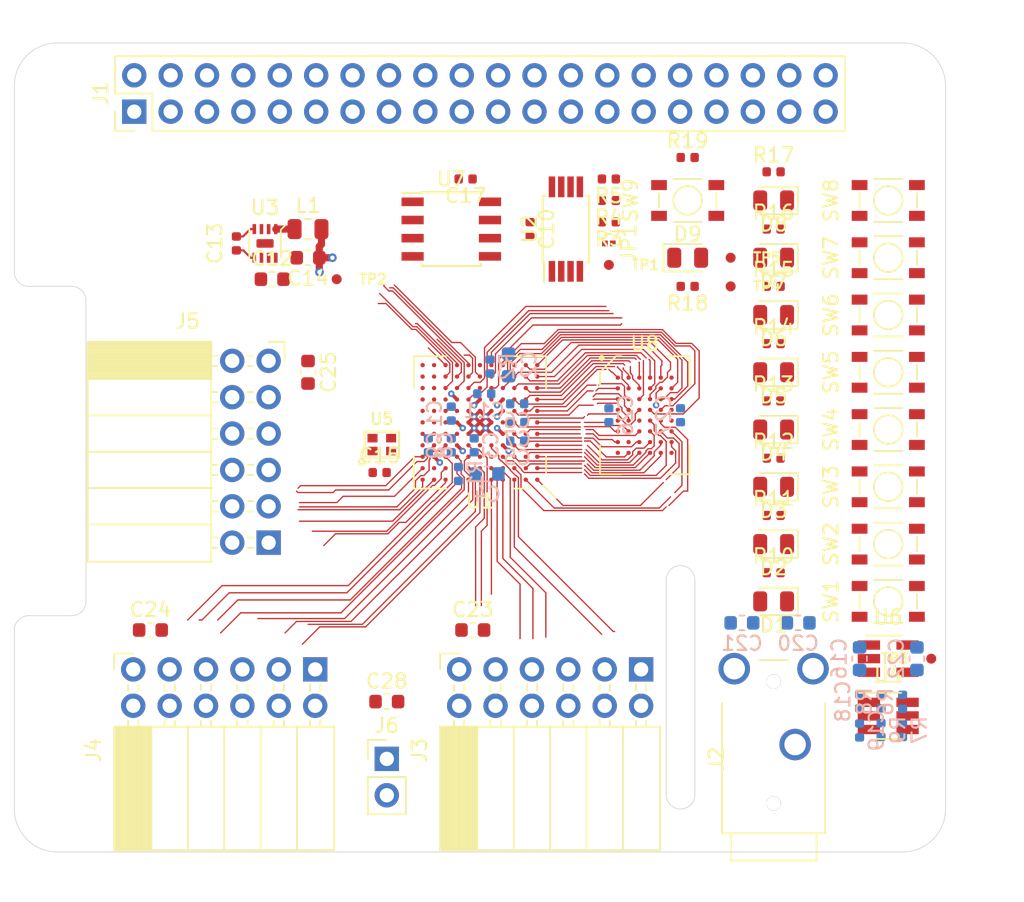
<source format=kicad_pcb>
(kicad_pcb (version 20171130) (host pcbnew 5.1.2+dfsg1-1)
  (layers (0 F.Cu signal) (1 In1.Cu power hide) (2 In2.Cu power) (31 B.Cu signal) (34 B.Paste user) (35 F.Paste user) (36 B.SilkS user hide) (37 F.SilkS user hide) (38 B.Mask user) (39 F.Mask user) (44 Edge.Cuts user))
  (net 0 "")
  (net 1 GND)
  (net 2 +1V2)
  (net 3 "Net-(C2-Pad2)")
  (net 4 "Net-(C2-Pad1)")
  (net 5 "Net-(C4-Pad2)")
  (net 6 "Net-(C4-Pad1)")
  (net 7 +3V3)
  (net 8 +5V)
  (net 9 "Net-(C13-Pad2)")
  (net 10 "Net-(C18-Pad1)")
  (net 11 "Net-(C19-Pad1)")
  (net 12 "Net-(C20-Pad1)")
  (net 13 "Net-(C21-Pad1)")
  (net 14 +3.3VDAC)
  (net 15 "Net-(D1-Pad1)")
  (net 16 /LED0)
  (net 17 /LED1)
  (net 18 "Net-(D2-Pad1)")
  (net 19 "Net-(D3-Pad1)")
  (net 20 /LED2)
  (net 21 /LED3)
  (net 22 "Net-(D4-Pad1)")
  (net 23 /LED4)
  (net 24 "Net-(D5-Pad1)")
  (net 25 "Net-(D6-Pad1)")
  (net 26 /LED5)
  (net 27 /LED6)
  (net 28 "Net-(D7-Pad1)")
  (net 29 "Net-(D8-Pad1)")
  (net 30 /LED7)
  (net 31 /GP13_FPGA_CDONE)
  (net 32 "Net-(J1-Pad3)")
  (net 33 "Net-(J1-Pad5)")
  (net 34 "Net-(J1-Pad7)")
  (net 35 /GP14_UART_TXD)
  (net 36 /GP15_UART_RXD)
  (net 37 "Net-(J1-Pad11)")
  (net 38 "Net-(J1-Pad12)")
  (net 39 /GP27_SDIO_DAT3)
  (net 40 /GP22_SDIO_CLK)
  (net 41 /GP23_SDIO_CMD)
  (net 42 /GP24_SDIO_DAT0)
  (net 43 /GP10_SPI_MOSI)
  (net 44 /GP9_SPI_MISO)
  (net 45 /GP25_SDIO_DAT1)
  (net 46 /GP11_SPI_SCK)
  (net 47 /GP8_SPI_~CS)
  (net 48 "Net-(J1-Pad26)")
  (net 49 /ID_SD)
  (net 50 /ID_SC)
  (net 51 "Net-(J1-Pad29)")
  (net 52 "Net-(J1-Pad31)")
  (net 53 /GP12_FPGA_~RST)
  (net 54 "Net-(J1-Pad35)")
  (net 55 "Net-(J1-Pad36)")
  (net 56 /GP26_SDIO_DAT2)
  (net 57 "Net-(J1-Pad38)")
  (net 58 "Net-(J1-Pad40)")
  (net 59 /IO0_0)
  (net 60 /IO0_1)
  (net 61 /IO0_2)
  (net 62 /IO0_3)
  (net 63 /IO0_4)
  (net 64 /IO0_5)
  (net 65 /IO0_6)
  (net 66 /IO0_7)
  (net 67 /IO1_7)
  (net 68 /IO1_6)
  (net 69 /IO1_5)
  (net 70 /IO1_4)
  (net 71 /IO1_3)
  (net 72 /IO1_2)
  (net 73 /IO1_1)
  (net 74 /IO1_0)
  (net 75 /IO2_0)
  (net 76 /IO2_1)
  (net 77 /IO2_2)
  (net 78 /IO2_3)
  (net 79 /IO2_4)
  (net 80 /IO2_5)
  (net 81 /IO2_6)
  (net 82 /IO2_7)
  (net 83 "Net-(JP1-Pad1)")
  (net 84 "Net-(L1-Pad1)")
  (net 85 "Net-(R6-Pad2)")
  (net 86 "Net-(R7-Pad2)")
  (net 87 /SW0)
  (net 88 /SW1)
  (net 89 /SW2)
  (net 90 /SW3)
  (net 91 /SW4)
  (net 92 /SW5)
  (net 93 /SW6)
  (net 94 /SW7)
  (net 95 /SRAM_DQ0)
  (net 96 /SRAM_DQ5)
  (net 97 /SRAM_DQ7)
  (net 98 /SRAM_DQ6)
  (net 99 /SRAM_DQ12)
  (net 100 /SRAM_A9)
  (net 101 /SRAM_A2)
  (net 102 /SRAM_A4)
  (net 103 /SRAM_A5)
  (net 104 /SRAM_A10)
  (net 105 /SRAM_DQ1)
  (net 106 /SRAM_DQ4)
  (net 107 /SRAM_DQ8)
  (net 108 /SRAM_DQ10)
  (net 109 /SRAM_DQ13)
  (net 110 /SRAM_DQ15)
  (net 111 /SRAM_A3)
  (net 112 /SRAM_A7)
  (net 113 /SRAM_A6)
  (net 114 /SRAM_A12)
  (net 115 /SRAM_DQ3)
  (net 116 /SRAM_DQ9)
  (net 117 /SRAM_DQ11)
  (net 118 /SRAM_A8)
  (net 119 /SRAM_A0)
  (net 120 /SRAM_A1)
  (net 121 /SRAM_A11)
  (net 122 /SRAM_A13)
  (net 123 /SRAM_A15)
  (net 124 /SRAM_DQ2)
  (net 125 /SRAM_DQ14)
  (net 126 /SRAM_A14)
  (net 127 /SRAM_A17)
  (net 128 /SRAM_A16)
  (net 129 /SRAM_~WE)
  (net 130 /SRAM_~OE)
  (net 131 /SRAM_~LB)
  (net 132 /SRAM_~UB)
  (net 133 /AUDIO_R_PWM)
  (net 134 "Net-(U1-PadB10)")
  (net 135 /CLK_OSC)
  (net 136 /AUDIO_L_PWM)
  (module Capacitor_SMD:C_0402_1005Metric (layer B.Cu) (at 128.9 108.1 90)
    (fp_text reference C8 (at 0 1.17 90) (layer B.SilkS) (effects (justify mirror)))
    (fp_text value 100n)
    (pad 2 smd roundrect (at 0.485 0 90) (size 0.59 0.64) (layers B.Cu B.Paste B.Mask) (net 1 GND))
    (pad 1 smd roundrect (at -0.485 0 90) (size 0.59 0.64) (layers B.Cu B.Paste B.Mask) (net 7 +3V3))
  )
  (module fpga_hat:BGA-121_11x11_9.0x9.0mm (layer F.Cu) (at 132.5 106.5 180)
    (fp_text reference U1 (at 0 -5.5) (layer F.SilkS))
    (fp_text value iCE40-HX8k-BG121)
    (pad A1 smd circle (at -4 -4 180) (size 0.3 0.3) (layers F.Cu F.Paste F.Mask) (net 79 /IO2_4))
    (pad B1 smd circle (at -4 -3.2 180) (size 0.3 0.3) (layers F.Cu F.Paste F.Mask) (net 104 /SRAM_A10))
    (pad C1 smd circle (at -4 -2.4 180) (size 0.3 0.3) (layers F.Cu F.Paste F.Mask) (net 96 /SRAM_DQ5))
    (pad D1 smd circle (at -4 -1.6 180) (size 0.3 0.3) (layers F.Cu F.Paste F.Mask) (net 97 /SRAM_DQ7))
    (pad E1 smd circle (at -4 -0.8 180) (size 0.3 0.3) (layers F.Cu F.Paste F.Mask) (net 98 /SRAM_DQ6))
    (pad F1 smd circle (at -4 0 180) (size 0.3 0.3) (layers F.Cu F.Paste F.Mask) (net 119 /SRAM_A0))
    (pad G1 smd circle (at -4 0.8 180) (size 0.3 0.3) (layers F.Cu F.Paste F.Mask) (net 117 /SRAM_DQ11))
    (pad H1 smd circle (at -4 1.6 180) (size 0.3 0.3) (layers F.Cu F.Paste F.Mask) (net 122 /SRAM_A13))
    (pad J1 smd circle (at -4 2.4 180) (size 0.3 0.3) (layers F.Cu F.Paste F.Mask) (net 103 /SRAM_A5))
    (pad K1 smd circle (at -4 3.2 180) (size 0.3 0.3) (layers F.Cu F.Paste F.Mask) (net 102 /SRAM_A4))
    (pad L1 smd circle (at -4 4 180) (size 0.3 0.3) (layers F.Cu F.Paste F.Mask) (net 95 /SRAM_DQ0))
    (pad A2 smd circle (at -3.2 -4 180) (size 0.3 0.3) (layers F.Cu F.Paste F.Mask) (net 77 /IO2_2))
    (pad B2 smd circle (at -3.2 -3.2 180) (size 0.3 0.3) (layers F.Cu F.Paste F.Mask) (net 123 /SRAM_A15))
    (pad C2 smd circle (at -3.2 -2.4 180) (size 0.3 0.3) (layers F.Cu F.Paste F.Mask) (net 106 /SRAM_DQ4))
    (pad D2 smd circle (at -3.2 -1.6 180) (size 0.3 0.3) (layers F.Cu F.Paste F.Mask) (net 107 /SRAM_DQ8))
    (pad E2 smd circle (at -3.2 -0.8 180) (size 0.3 0.3) (layers F.Cu F.Paste F.Mask) (net 108 /SRAM_DQ10))
    (pad F2 smd circle (at -3.2 0 180) (size 0.3 0.3) (layers F.Cu F.Paste F.Mask) (net 109 /SRAM_DQ13))
    (pad G2 smd circle (at -3.2 0.8 180) (size 0.3 0.3) (layers F.Cu F.Paste F.Mask) (net 110 /SRAM_DQ15))
    (pad H2 smd circle (at -3.2 1.6 180) (size 0.3 0.3) (layers F.Cu F.Paste F.Mask) (net 111 /SRAM_A3))
    (pad J2 smd circle (at -3.2 2.4 180) (size 0.3 0.3) (layers F.Cu F.Paste F.Mask) (net 128 /SRAM_A16))
    (pad K2 smd circle (at -3.2 3.2 180) (size 0.3 0.3) (layers F.Cu F.Paste F.Mask) (net 114 /SRAM_A12))
    (pad L2 smd circle (at -3.2 4 180) (size 0.3 0.3) (layers F.Cu F.Paste F.Mask) (net 113 /SRAM_A6))
    (pad A3 smd circle (at -2.4 -4 180) (size 0.3 0.3) (layers F.Cu F.Paste F.Mask) (net 78 /IO2_3))
    (pad B3 smd circle (at -2.4 -3.2 180) (size 0.3 0.3) (layers F.Cu F.Paste F.Mask) (net 76 /IO2_1))
    (pad C3 smd circle (at -2.4 -2.4 180) (size 0.3 0.3) (layers F.Cu F.Paste F.Mask) (net 127 /SRAM_A17))
    (pad D3 smd circle (at -2.4 -1.6 180) (size 0.3 0.3) (layers F.Cu F.Paste F.Mask) (net 116 /SRAM_DQ9))
    (pad E3 smd circle (at -2.4 -0.8 180) (size 0.3 0.3) (layers F.Cu F.Paste F.Mask) (net 100 /SRAM_A9))
    (pad F3 smd circle (at -2.4 0 180) (size 0.3 0.3) (layers F.Cu F.Paste F.Mask) (net 118 /SRAM_A8))
    (pad G3 smd circle (at -2.4 0.8 180) (size 0.3 0.3) (layers F.Cu F.Paste F.Mask) (net 99 /SRAM_DQ12))
    (pad H3 smd circle (at -2.4 1.6 180) (size 0.3 0.3) (layers F.Cu F.Paste F.Mask) (net 120 /SRAM_A1))
    (pad J3 smd circle (at -2.4 2.4 180) (size 0.3 0.3) (layers F.Cu F.Paste F.Mask) (net 121 /SRAM_A11))
    (pad K3 smd circle (at -2.4 3.2 180) (size 0.3 0.3) (layers F.Cu F.Paste F.Mask) (net 101 /SRAM_A2))
    (pad L3 smd circle (at -2.4 4 180) (size 0.3 0.3) (layers F.Cu F.Paste F.Mask) (net 105 /SRAM_DQ1))
    (pad A4 smd circle (at -1.6 -4 180) (size 0.3 0.3) (layers F.Cu F.Paste F.Mask) (net 68 /IO1_6))
    (pad B4 smd circle (at -1.6 -3.2 180) (size 0.3 0.3) (layers F.Cu F.Paste F.Mask) (net 75 /IO2_0))
    (pad C4 smd circle (at -1.6 -2.4 180) (size 0.3 0.3) (layers F.Cu F.Paste F.Mask) (net 126 /SRAM_A14))
    (pad D4 smd circle (at -1.6 -1.6 180) (size 0.3 0.3) (layers F.Cu F.Paste F.Mask) (net 2 +1V2))
    (pad E4 smd circle (at -1.6 -0.8 180) (size 0.3 0.3) (layers F.Cu F.Paste F.Mask) (net 7 +3V3))
    (pad F4 smd circle (at -1.6 0 180) (size 0.3 0.3) (layers F.Cu F.Paste F.Mask) (net 125 /SRAM_DQ14))
    (pad G4 smd circle (at -1.6 0.8 180) (size 0.3 0.3) (layers F.Cu F.Paste F.Mask) (net 7 +3V3))
    (pad H4 smd circle (at -1.6 1.6 180) (size 0.3 0.3) (layers F.Cu F.Paste F.Mask) (net 2 +1V2))
    (pad J4 smd circle (at -1.6 2.4 180) (size 0.3 0.3) (layers F.Cu F.Paste F.Mask) (net 124 /SRAM_DQ2))
    (pad K4 smd circle (at -1.6 3.2 180) (size 0.3 0.3) (layers F.Cu F.Paste F.Mask) (net 115 /SRAM_DQ3))
    (pad L4 smd circle (at -1.6 4 180) (size 0.3 0.3) (layers F.Cu F.Paste F.Mask) (net 112 /SRAM_A7))
    (pad A5 smd circle (at -0.8 -4 180) (size 0.3 0.3) (layers F.Cu F.Paste F.Mask) (net 70 /IO1_4))
    (pad B5 smd circle (at -0.8 -3.2 180) (size 0.3 0.3) (layers F.Cu F.Paste F.Mask) (net 69 /IO1_5))
    (pad C5 smd circle (at -0.8 -2.4 180) (size 0.3 0.3) (layers F.Cu F.Paste F.Mask) (net 5 "Net-(C4-Pad2)"))
    (pad D5 smd circle (at -0.8 -1.6 180) (size 0.3 0.3) (layers F.Cu F.Paste F.Mask) (net 67 /IO1_7))
    (pad E5 smd circle (at -0.8 -0.8 180) (size 0.3 0.3) (layers F.Cu F.Paste F.Mask) (net 1 GND))
    (pad F5 smd circle (at -0.8 0 180) (size 0.3 0.3) (layers F.Cu F.Paste F.Mask) (net 1 GND))
    (pad G5 smd circle (at -0.8 0.8 180) (size 0.3 0.3) (layers F.Cu F.Paste F.Mask) (net 1 GND))
    (pad H5 smd circle (at -0.8 1.6 180) (size 0.3 0.3) (layers F.Cu F.Paste F.Mask) (net 1 GND))
    (pad J5 smd circle (at -0.8 2.4 180) (size 0.3 0.3) (layers F.Cu F.Paste F.Mask) (net 129 /SRAM_~WE))
    (pad K5 smd circle (at -0.8 3.2 180) (size 0.3 0.3) (layers F.Cu F.Paste F.Mask) (net 130 /SRAM_~OE))
    (pad L5 smd circle (at -0.8 4 180) (size 0.3 0.3) (layers F.Cu F.Paste F.Mask) (net 56 /GP26_SDIO_DAT2))
    (pad A6 smd circle (at 0 -4 180) (size 0.3 0.3) (layers F.Cu F.Paste F.Mask) (net 71 /IO1_3))
    (pad B6 smd circle (at 0 -3.2 180) (size 0.3 0.3) (layers F.Cu F.Paste F.Mask) (net 81 /IO2_6))
    (pad C6 smd circle (at 0 -2.4 180) (size 0.3 0.3) (layers F.Cu F.Paste F.Mask) (net 6 "Net-(C4-Pad1)"))
    (pad D6 smd circle (at 0 -1.6 180) (size 0.3 0.3) (layers F.Cu F.Paste F.Mask) (net 7 +3V3))
    (pad E6 smd circle (at 0 -0.8 180) (size 0.3 0.3) (layers F.Cu F.Paste F.Mask) (net 1 GND))
    (pad F6 smd circle (at 0 0 180) (size 0.3 0.3) (layers F.Cu F.Paste F.Mask) (net 1 GND))
    (pad G6 smd circle (at 0 0.8 180) (size 0.3 0.3) (layers F.Cu F.Paste F.Mask) (net 1 GND))
    (pad H6 smd circle (at 0 1.6 180) (size 0.3 0.3) (layers F.Cu F.Paste F.Mask) (net 7 +3V3))
    (pad J6 smd circle (at 0 2.4 180) (size 0.3 0.3) (layers F.Cu F.Paste F.Mask) (net 4 "Net-(C2-Pad1)"))
    (pad K6 smd circle (at 0 3.2 180) (size 0.3 0.3) (layers F.Cu F.Paste F.Mask) (net 39 /GP27_SDIO_DAT3))
    (pad L6 smd circle (at 0 4 180) (size 0.3 0.3) (layers F.Cu F.Paste F.Mask) (net 3 "Net-(C2-Pad2)"))
    (pad A7 smd circle (at 0.8 -4 180) (size 0.3 0.3) (layers F.Cu F.Paste F.Mask) (net 72 /IO1_2))
    (pad B7 smd circle (at 0.8 -3.2 180) (size 0.3 0.3) (layers F.Cu F.Paste F.Mask) (net 80 /IO2_5))
    (pad C7 smd circle (at 0.8 -2.4 180) (size 0.3 0.3) (layers F.Cu F.Paste F.Mask) (net 73 /IO1_1))
    (pad D7 smd circle (at 0.8 -1.6 180) (size 0.3 0.3) (layers F.Cu F.Paste F.Mask) (net 66 /IO0_7))
    (pad E7 smd circle (at 0.8 -0.8 180) (size 0.3 0.3) (layers F.Cu F.Paste F.Mask) (net 1 GND))
    (pad F7 smd circle (at 0.8 0 180) (size 0.3 0.3) (layers F.Cu F.Paste F.Mask) (net 1 GND))
    (pad G7 smd circle (at 0.8 0.8 180) (size 0.3 0.3) (layers F.Cu F.Paste F.Mask) (net 1 GND))
    (pad H7 smd circle (at 0.8 1.6 180) (size 0.3 0.3) (layers F.Cu F.Paste F.Mask) (net 131 /SRAM_~LB))
    (pad J7 smd circle (at 0.8 2.4 180) (size 0.3 0.3) (layers F.Cu F.Paste F.Mask) (net 132 /SRAM_~UB))
    (pad K7 smd circle (at 0.8 3.2 180) (size 0.3 0.3) (layers F.Cu F.Paste F.Mask) (net 133 /AUDIO_R_PWM))
    (pad L7 smd circle (at 0.8 4 180) (size 0.3 0.3) (layers F.Cu F.Paste F.Mask) (net 41 /GP23_SDIO_CMD))
    (pad A8 smd circle (at 1.6 -4 180) (size 0.3 0.3) (layers F.Cu F.Paste F.Mask) (net 74 /IO1_0))
    (pad B8 smd circle (at 1.6 -3.2 180) (size 0.3 0.3) (layers F.Cu F.Paste F.Mask) (net 63 /IO0_4))
    (pad C8 smd circle (at 1.6 -2.4 180) (size 0.3 0.3) (layers F.Cu F.Paste F.Mask) (net 65 /IO0_6))
    (pad D8 smd circle (at 1.6 -1.6 180) (size 0.3 0.3) (layers F.Cu F.Paste F.Mask) (net 2 +1V2))
    (pad E8 smd circle (at 1.6 -0.8 180) (size 0.3 0.3) (layers F.Cu F.Paste F.Mask) (net 90 /SW3))
    (pad F8 smd circle (at 1.6 0 180) (size 0.3 0.3) (layers F.Cu F.Paste F.Mask) (net 7 +3V3))
    (pad G8 smd circle (at 1.6 0.8 180) (size 0.3 0.3) (layers F.Cu F.Paste F.Mask) (net 21 /LED3))
    (pad H8 smd circle (at 1.6 1.6 180) (size 0.3 0.3) (layers F.Cu F.Paste F.Mask) (net 2 +1V2))
    (pad J8 smd circle (at 1.6 2.4 180) (size 0.3 0.3) (layers F.Cu F.Paste F.Mask) (net 40 /GP22_SDIO_CLK))
    (pad K8 smd circle (at 1.6 3.2 180) (size 0.3 0.3) (layers F.Cu F.Paste F.Mask) (net 31 /GP13_FPGA_CDONE))
    (pad L8 smd circle (at 1.6 4 180) (size 0.3 0.3) (layers F.Cu F.Paste F.Mask) (net 42 /GP24_SDIO_DAT0))
    (pad A9 smd circle (at 2.4 -4 180) (size 0.3 0.3) (layers F.Cu F.Paste F.Mask) (net 64 /IO0_5))
    (pad B9 smd circle (at 2.4 -3.2 180) (size 0.3 0.3) (layers F.Cu F.Paste F.Mask) (net 62 /IO0_3))
    (pad C9 smd circle (at 2.4 -2.4 180) (size 0.3 0.3) (layers F.Cu F.Paste F.Mask) (net 61 /IO0_2))
    (pad D9 smd circle (at 2.4 -1.6 180) (size 0.3 0.3) (layers F.Cu F.Paste F.Mask) (net 91 /SW4))
    (pad E9 smd circle (at 2.4 -0.8 180) (size 0.3 0.3) (layers F.Cu F.Paste F.Mask) (net 89 /SW2))
    (pad F9 smd circle (at 2.4 0 180) (size 0.3 0.3) (layers F.Cu F.Paste F.Mask) (net 88 /SW1))
    (pad G9 smd circle (at 2.4 0.8 180) (size 0.3 0.3) (layers F.Cu F.Paste F.Mask) (net 27 /LED6))
    (pad H9 smd circle (at 2.4 1.6 180) (size 0.3 0.3) (layers F.Cu F.Paste F.Mask) (net 45 /GP25_SDIO_DAT1))
    (pad J9 smd circle (at 2.4 2.4 180) (size 0.3 0.3) (layers F.Cu F.Paste F.Mask) (net 44 /GP9_SPI_MISO))
    (pad K9 smd circle (at 2.4 3.2 180) (size 0.3 0.3) (layers F.Cu F.Paste F.Mask) (net 43 /GP10_SPI_MOSI))
    (pad L9 smd circle (at 2.4 4 180) (size 0.3 0.3) (layers F.Cu F.Paste F.Mask) (net 53 /GP12_FPGA_~RST))
    (pad A10 smd circle (at 3.2 -4 180) (size 0.3 0.3) (layers F.Cu F.Paste F.Mask) (net 60 /IO0_1))
    (pad B10 smd circle (at 3.2 -3.2 180) (size 0.3 0.3) (layers F.Cu F.Paste F.Mask) (net 134 "Net-(U1-PadB10)"))
    (pad C10 smd circle (at 3.2 -2.4 180) (size 0.3 0.3) (layers F.Cu F.Paste F.Mask) (net 7 +3V3))
    (pad D10 smd circle (at 3.2 -1.6 180) (size 0.3 0.3) (layers F.Cu F.Paste F.Mask) (net 94 /SW7))
    (pad E10 smd circle (at 3.2 -0.8 180) (size 0.3 0.3) (layers F.Cu F.Paste F.Mask) (net 135 /CLK_OSC))
    (pad F10 smd circle (at 3.2 0 180) (size 0.3 0.3) (layers F.Cu F.Paste F.Mask) (net 87 /SW0))
    (pad G10 smd circle (at 3.2 0.8 180) (size 0.3 0.3) (layers F.Cu F.Paste F.Mask) (net 26 /LED5))
    (pad H10 smd circle (at 3.2 1.6 180) (size 0.3 0.3) (layers F.Cu F.Paste F.Mask) (net 17 /LED1))
    (pad J10 smd circle (at 3.2 2.4 180) (size 0.3 0.3) (layers F.Cu F.Paste F.Mask) (net 20 /LED2))
    (pad K10 smd circle (at 3.2 3.2 180) (size 0.3 0.3) (layers F.Cu F.Paste F.Mask) (net 47 /GP8_SPI_~CS))
    (pad L10 smd circle (at 3.2 4 180) (size 0.3 0.3) (layers F.Cu F.Paste F.Mask) (net 46 /GP11_SPI_SCK))
    (pad A11 smd circle (at 4 -4 180) (size 0.3 0.3) (layers F.Cu F.Paste F.Mask) (net 59 /IO0_0))
    (pad B11 smd circle (at 4 -3.2 180) (size 0.3 0.3) (layers F.Cu F.Paste F.Mask) (net 36 /GP15_UART_RXD))
    (pad C11 smd circle (at 4 -2.4 180) (size 0.3 0.3) (layers F.Cu F.Paste F.Mask) (net 35 /GP14_UART_TXD))
    (pad D11 smd circle (at 4 -1.6 180) (size 0.3 0.3) (layers F.Cu F.Paste F.Mask) (net 93 /SW6))
    (pad E11 smd circle (at 4 -0.8 180) (size 0.3 0.3) (layers F.Cu F.Paste F.Mask) (net 92 /SW5))
    (pad F11 smd circle (at 4 0 180) (size 0.3 0.3) (layers F.Cu F.Paste F.Mask) (net 136 /AUDIO_L_PWM))
    (pad G11 smd circle (at 4 0.8 180) (size 0.3 0.3) (layers F.Cu F.Paste F.Mask) (net 30 /LED7))
    (pad H11 smd circle (at 4 1.6 180) (size 0.3 0.3) (layers F.Cu F.Paste F.Mask) (net 23 /LED4))
    (pad J11 smd circle (at 4 2.4 180) (size 0.3 0.3) (layers F.Cu F.Paste F.Mask) (net 82 /IO2_7))
    (pad K11 smd circle (at 4 3.2 180) (size 0.3 0.3) (layers F.Cu F.Paste F.Mask) (net 16 /LED0))
    (pad L11 smd circle (at 4 4 180) (size 0.3 0.3) (layers F.Cu F.Paste F.Mask) (net 7 +3V3))
  )
  (module fpga_hat:MOUNTHOLE_M2.5 (layer F.Cu) (at 161.5 83.5)
    (fp_text reference REF** hide)
    (fp_text value MOUNTHOLE_M2.5 hide)
    (pad "" np_thru_hole circle (at 0 0) (size 2.75 2.75) (drill 2.75) (layers *.Cu *.Mask) (thermal_gap 1.9))
  )
  (module fpga_hat:MOUNTHOLE_M2.5 (layer F.Cu) (at 161.5 133)
    (fp_text reference REF** hide)
    (fp_text value MOUNTHOLE_M2.5 hide)
    (pad "" np_thru_hole circle (at 0 0) (size 2.75 2.75) (drill 2.75) (layers *.Cu *.Mask) (thermal_gap 1.9))
  )
  (module fpga_hat:MOUNTHOLE_M2.5 (layer F.Cu) (at 103.5 133)
    (fp_text reference REF** hide)
    (fp_text value MOUNTHOLE_M2.5 hide)
    (pad "" np_thru_hole circle (at 0 0) (size 2.75 2.75) (drill 2.75) (layers *.Cu *.Mask) (thermal_gap 1.9))
  )
  (module fpga_hat:MOUNTHOLE_M2.5 (layer F.Cu) (at 103.5 83.5)
    (fp_text reference REF** hide)
    (fp_text value MOUNTHOLE_M2.5 hide)
    (pad "" np_thru_hole circle (at 0 0) (size 2.75 2.75) (drill 2.75) (layers *.Cu *.Mask) (thermal_gap 1.9))
  )
  (module Capacitor_SMD:C_0402_1005Metric (layer B.Cu) (at 130.5 105.885 270)
    (fp_text reference C1 (at 0 1.17 90) (layer B.SilkS) (effects (justify mirror)))
    (fp_text value 100n)
    (pad 2 smd roundrect (at 0.485 0 270) (size 0.59 0.64) (layers B.Cu B.Paste B.Mask) (net 1 GND))
    (pad 1 smd roundrect (at -0.485 0 270) (size 0.59 0.64) (layers B.Cu B.Paste B.Mask) (net 2 +1V2))
  )
  (module Capacitor_SMD:C_0603_1608Metric (layer B.Cu) (at 134.5 102.4875 90)
    (fp_text reference C2 (at 0 1.43 90) (layer B.SilkS) (effects (justify mirror)))
    (fp_text value 4u7)
    (pad 2 smd roundrect (at 0.7875 0 90) (size 0.875 0.95) (layers B.Cu B.Paste B.Mask) (net 3 "Net-(C2-Pad2)"))
    (pad 1 smd roundrect (at -0.7875 0 90) (size 0.875 0.95) (layers B.Cu B.Paste B.Mask) (net 4 "Net-(C2-Pad1)"))
  )
  (module Capacitor_SMD:C_0402_1005Metric (layer B.Cu) (at 132.1 108.1 90)
    (fp_text reference C3 (at 0 1.17 90) (layer B.SilkS) (effects (justify mirror)))
    (fp_text value 100n)
    (pad 1 smd roundrect (at -0.485 0 90) (size 0.59 0.64) (layers B.Cu B.Paste B.Mask) (net 2 +1V2))
    (pad 2 smd roundrect (at 0.485 0 90) (size 0.59 0.64) (layers B.Cu B.Paste B.Mask) (net 1 GND))
  )
  (module Capacitor_SMD:C_0603_1608Metric (layer B.Cu) (at 133 110.1)
    (fp_text reference C4 (at 0 1.43) (layer B.SilkS) (effects (justify mirror)))
    (fp_text value 4u7)
    (pad 1 smd roundrect (at -0.7875 0) (size 0.875 0.95) (layers B.Cu B.Paste B.Mask) (net 6 "Net-(C4-Pad1)"))
    (pad 2 smd roundrect (at 0.7875 0) (size 0.875 0.95) (layers B.Cu B.Paste B.Mask) (net 5 "Net-(C4-Pad2)"))
  )
  (module Capacitor_SMD:C_0402_1005Metric (layer B.Cu) (at 135.1 107.8)
    (fp_text reference C5 (at 0 1.17 180) (layer B.SilkS) (effects (justify mirror)))
    (fp_text value 100n)
    (pad 1 smd roundrect (at -0.485 0) (size 0.59 0.64) (layers B.Cu B.Paste B.Mask) (net 2 +1V2))
    (pad 2 smd roundrect (at 0.485 0) (size 0.59 0.64) (layers B.Cu B.Paste B.Mask) (net 1 GND))
  )
  (module Capacitor_SMD:C_0402_1005Metric (layer B.Cu) (at 135.1 105.2)
    (fp_text reference C6 (at 0 1.17) (layer B.SilkS) (effects (justify mirror)))
    (fp_text value 100n)
    (pad 2 smd roundrect (at 0.485 0) (size 0.59 0.64) (layers B.Cu B.Paste B.Mask) (net 1 GND))
    (pad 1 smd roundrect (at -0.485 0) (size 0.59 0.64) (layers B.Cu B.Paste B.Mask) (net 2 +1V2))
  )
  (module Capacitor_SMD:C_0402_1005Metric (layer B.Cu) (at 135.115 106.5)
    (fp_text reference C7 (at 0 1.17 180) (layer B.SilkS) (effects (justify mirror)))
    (fp_text value 100n)
    (pad 2 smd roundrect (at 0.485 0) (size 0.59 0.64) (layers B.Cu B.Paste B.Mask) (net 1 GND))
    (pad 1 smd roundrect (at -0.485 0) (size 0.59 0.64) (layers B.Cu B.Paste B.Mask) (net 7 +3V3))
  )
  (module Capacitor_SMD:C_0402_1005Metric (layer B.Cu) (at 130.5 108.1 270)
    (fp_text reference C9 (at 0 1.17 90) (layer B.SilkS) (effects (justify mirror)))
    (fp_text value 100n)
    (pad 2 smd roundrect (at 0.485 0 270) (size 0.59 0.64) (layers B.Cu B.Paste B.Mask) (net 1 GND))
    (pad 1 smd roundrect (at -0.485 0 270) (size 0.59 0.64) (layers B.Cu B.Paste B.Mask) (net 7 +3V3))
  )
  (module Capacitor_SMD:C_0402_1005Metric (layer F.Cu) (at 136 93 270)
    (fp_text reference C10 (at 0 -1.17 90) (layer F.SilkS))
    (fp_text value 100n)
    (pad 2 smd roundrect (at 0.485 0 270) (size 0.59 0.64) (layers F.Cu F.Paste F.Mask) (net 1 GND))
    (pad 1 smd roundrect (at -0.485 0 270) (size 0.59 0.64) (layers F.Cu F.Paste F.Mask) (net 7 +3V3))
  )
  (module Capacitor_SMD:C_0402_1005Metric (layer B.Cu) (at 132.8 104.5)
    (fp_text reference C11 (at 0 1.17) (layer B.SilkS) (effects (justify mirror)))
    (fp_text value 100n)
    (pad 1 smd roundrect (at -0.485 0) (size 0.59 0.64) (layers B.Cu B.Paste B.Mask) (net 7 +3V3))
    (pad 2 smd roundrect (at 0.485 0) (size 0.59 0.64) (layers B.Cu B.Paste B.Mask) (net 1 GND))
  )
  (module Capacitor_SMD:C_0603_1608Metric (layer F.Cu) (at 118 96.5)
    (fp_text reference C12 (at 0 -1.43) (layer F.SilkS))
    (fp_text value 4u7)
    (pad 2 smd roundrect (at 0.7875 0) (size 0.875 0.95) (layers F.Cu F.Paste F.Mask) (net 1 GND))
    (pad 1 smd roundrect (at -0.7875 0) (size 0.875 0.95) (layers F.Cu F.Paste F.Mask) (net 8 +5V))
  )
  (module Capacitor_SMD:C_0402_1005Metric (layer F.Cu) (at 115.5 94 270)
    (fp_text reference C13 (at 0 1.5 90) (layer F.SilkS))
    (fp_text value 560p)
    (pad 1 smd roundrect (at -0.485 0 270) (size 0.59 0.64) (layers F.Cu F.Paste F.Mask) (net 2 +1V2))
    (pad 2 smd roundrect (at 0.485 0 270) (size 0.59 0.64) (layers F.Cu F.Paste F.Mask) (net 9 "Net-(C13-Pad2)"))
  )
  (module Capacitor_SMD:C_0603_1608Metric (layer F.Cu) (at 120.5 95 180)
    (fp_text reference C14 (at 0 -1.43) (layer F.SilkS))
    (fp_text value 4u7)
    (pad 2 smd roundrect (at 0.7875 0 180) (size 0.875 0.95) (layers F.Cu F.Paste F.Mask) (net 1 GND))
    (pad 1 smd roundrect (at -0.7875 0 180) (size 0.875 0.95) (layers F.Cu F.Paste F.Mask) (net 2 +1V2))
  )
  (module Capacitor_SMD:C_0402_1005Metric (layer F.Cu) (at 125.5 110)
    (fp_text reference C15 (at 0 -1.17) (layer F.SilkS))
    (fp_text value 100n)
    (pad 2 smd roundrect (at 0.485 0) (size 0.59 0.64) (layers F.Cu F.Paste F.Mask) (net 1 GND))
    (pad 1 smd roundrect (at -0.485 0) (size 0.59 0.64) (layers F.Cu F.Paste F.Mask) (net 7 +3V3))
  )
  (module Capacitor_SMD:C_0603_1608Metric (layer B.Cu) (at 159 123 270)
    (fp_text reference C16 (at 0 1.43 90) (layer B.SilkS) (effects (justify mirror)))
    (fp_text value 1u)
    (pad 1 smd roundrect (at -0.7875 0 270) (size 0.875 0.95) (layers B.Cu B.Paste B.Mask) (net 8 +5V))
    (pad 2 smd roundrect (at 0.7875 0 270) (size 0.875 0.95) (layers B.Cu B.Paste B.Mask) (net 1 GND))
  )
  (module Capacitor_SMD:C_0402_1005Metric (layer F.Cu) (at 131.5 89.5 180)
    (fp_text reference C17 (at 0 -1.17) (layer F.SilkS))
    (fp_text value 100n)
    (pad 1 smd roundrect (at -0.485 0 180) (size 0.59 0.64) (layers F.Cu F.Paste F.Mask) (net 7 +3V3))
    (pad 2 smd roundrect (at 0.485 0 180) (size 0.59 0.64) (layers F.Cu F.Paste F.Mask) (net 1 GND))
  )
  (module Capacitor_SMD:C_0402_1005Metric (layer B.Cu) (at 159 125.985 270)
    (fp_text reference C18 (at 0 1.17 90) (layer B.SilkS) (effects (justify mirror)))
    (fp_text value 100n)
    (pad 1 smd roundrect (at -0.485 0 270) (size 0.59 0.64) (layers B.Cu B.Paste B.Mask) (net 10 "Net-(C18-Pad1)"))
    (pad 2 smd roundrect (at 0.485 0 270) (size 0.59 0.64) (layers B.Cu B.Paste B.Mask) (net 1 GND))
  )
  (module Capacitor_SMD:C_0402_1005Metric (layer B.Cu) (at 159 128.015 90)
    (fp_text reference C19 (at 0 1.17 90) (layer B.SilkS) (effects (justify mirror)))
    (fp_text value 100n)
    (pad 1 smd roundrect (at -0.485 0 90) (size 0.59 0.64) (layers B.Cu B.Paste B.Mask) (net 11 "Net-(C19-Pad1)"))
    (pad 2 smd roundrect (at 0.485 0 90) (size 0.59 0.64) (layers B.Cu B.Paste B.Mask) (net 1 GND))
  )
  (module Capacitor_SMD:C_0603_1608Metric (layer B.Cu) (at 154.7125 120.5)
    (fp_text reference C20 (at 0 1.43) (layer B.SilkS) (effects (justify mirror)))
    (fp_text value 4u7)
    (pad 1 smd roundrect (at -0.7875 0) (size 0.875 0.95) (layers B.Cu B.Paste B.Mask) (net 12 "Net-(C20-Pad1)"))
    (pad 2 smd roundrect (at 0.7875 0) (size 0.875 0.95) (layers B.Cu B.Paste B.Mask) (net 10 "Net-(C18-Pad1)"))
  )
  (module Capacitor_SMD:C_0603_1608Metric (layer B.Cu) (at 150.7875 120.5)
    (fp_text reference C21 (at 0 1.43) (layer B.SilkS) (effects (justify mirror)))
    (fp_text value 4u7)
    (pad 1 smd roundrect (at -0.7875 0) (size 0.875 0.95) (layers B.Cu B.Paste B.Mask) (net 13 "Net-(C21-Pad1)"))
    (pad 2 smd roundrect (at 0.7875 0) (size 0.875 0.95) (layers B.Cu B.Paste B.Mask) (net 11 "Net-(C19-Pad1)"))
  )
  (module Capacitor_SMD:C_0603_1608Metric (layer B.Cu) (at 163 123 270)
    (fp_text reference C22 (at 0 1.43 90) (layer B.SilkS) (effects (justify mirror)))
    (fp_text value 1u)
    (pad 2 smd roundrect (at 0.7875 0 270) (size 0.875 0.95) (layers B.Cu B.Paste B.Mask) (net 1 GND))
    (pad 1 smd roundrect (at -0.7875 0 270) (size 0.875 0.95) (layers B.Cu B.Paste B.Mask) (net 14 +3.3VDAC))
  )
  (module Capacitor_SMD:C_0603_1608Metric (layer F.Cu) (at 132 121)
    (fp_text reference C23 (at 0 -1.43) (layer F.SilkS))
    (fp_text value 1u)
    (pad 2 smd roundrect (at 0.7875 0) (size 0.875 0.95) (layers F.Cu F.Paste F.Mask) (net 1 GND))
    (pad 1 smd roundrect (at -0.7875 0) (size 0.875 0.95) (layers F.Cu F.Paste F.Mask) (net 7 +3V3))
  )
  (module Capacitor_SMD:C_0603_1608Metric (layer F.Cu) (at 109.5 121)
    (fp_text reference C24 (at 0 -1.43) (layer F.SilkS))
    (fp_text value 1u)
    (pad 1 smd roundrect (at -0.7875 0) (size 0.875 0.95) (layers F.Cu F.Paste F.Mask) (net 7 +3V3))
    (pad 2 smd roundrect (at 0.7875 0) (size 0.875 0.95) (layers F.Cu F.Paste F.Mask) (net 1 GND))
  )
  (module Capacitor_SMD:C_0603_1608Metric (layer F.Cu) (at 120.5 103 270)
    (fp_text reference C25 (at 0 -1.43 90) (layer F.SilkS))
    (fp_text value 1u)
    (pad 2 smd roundrect (at 0.7875 0 270) (size 0.875 0.95) (layers F.Cu F.Paste F.Mask) (net 1 GND))
    (pad 1 smd roundrect (at -0.7875 0 270) (size 0.875 0.95) (layers F.Cu F.Paste F.Mask) (net 7 +3V3))
  )
  (module Capacitor_SMD:C_0402_1005Metric (layer B.Cu) (at 141.5 106 90)
    (fp_text reference C26 (at 0 1.17 270) (layer B.SilkS) (effects (justify mirror)))
    (fp_text value 100n)
    (pad 1 smd roundrect (at -0.485 0 90) (size 0.59 0.64) (layers B.Cu B.Paste B.Mask) (net 7 +3V3))
    (pad 2 smd roundrect (at 0.485 0 90) (size 0.59 0.64) (layers B.Cu B.Paste B.Mask) (net 1 GND))
  )
  (module Capacitor_SMD:C_0402_1005Metric (layer B.Cu) (at 146.5 106 270)
    (fp_text reference C27 (at 0 1.17 270) (layer B.SilkS) (effects (justify mirror)))
    (fp_text value 100n)
    (pad 2 smd roundrect (at 0.485 0 270) (size 0.59 0.64) (layers B.Cu B.Paste B.Mask) (net 1 GND))
    (pad 1 smd roundrect (at -0.485 0 270) (size 0.59 0.64) (layers B.Cu B.Paste B.Mask) (net 7 +3V3))
  )
  (module Capacitor_SMD:C_0603_1608Metric (layer F.Cu) (at 126 126)
    (fp_text reference C28 (at 0 -1.43) (layer F.SilkS))
    (fp_text value 1u)
    (pad 1 smd roundrect (at -0.7875 0) (size 0.875 0.95) (layers F.Cu F.Paste F.Mask) (net 8 +5V))
    (pad 2 smd roundrect (at 0.7875 0) (size 0.875 0.95) (layers F.Cu F.Paste F.Mask) (net 1 GND))
  )
  (module LED_SMD:LED_0805_2012Metric (layer F.Cu) (at 153 119 180)
    (fp_text reference D1 (at 0 -1.65) (layer F.SilkS))
    (fp_text value LED)
    (pad 1 smd roundrect (at -0.9375 0 180) (size 0.975 1.4) (layers F.Cu F.Paste F.Mask) (net 15 "Net-(D1-Pad1)"))
    (pad 2 smd roundrect (at 0.9375 0 180) (size 0.975 1.4) (layers F.Cu F.Paste F.Mask) (net 16 /LED0))
  )
  (module LED_SMD:LED_0805_2012Metric (layer F.Cu) (at 153 115 180)
    (fp_text reference D2 (at 0 -1.65) (layer F.SilkS))
    (fp_text value LED)
    (pad 1 smd roundrect (at -0.9375 0 180) (size 0.975 1.4) (layers F.Cu F.Paste F.Mask) (net 18 "Net-(D2-Pad1)"))
    (pad 2 smd roundrect (at 0.9375 0 180) (size 0.975 1.4) (layers F.Cu F.Paste F.Mask) (net 17 /LED1))
  )
  (module LED_SMD:LED_0805_2012Metric (layer F.Cu) (at 153 111 180)
    (fp_text reference D3 (at 0 -1.65) (layer F.SilkS))
    (fp_text value LED)
    (pad 2 smd roundrect (at 0.9375 0 180) (size 0.975 1.4) (layers F.Cu F.Paste F.Mask) (net 20 /LED2))
    (pad 1 smd roundrect (at -0.9375 0 180) (size 0.975 1.4) (layers F.Cu F.Paste F.Mask) (net 19 "Net-(D3-Pad1)"))
  )
  (module LED_SMD:LED_0805_2012Metric (layer F.Cu) (at 153 107 180)
    (fp_text reference D4 (at 0 -1.65) (layer F.SilkS))
    (fp_text value LED)
    (pad 1 smd roundrect (at -0.9375 0 180) (size 0.975 1.4) (layers F.Cu F.Paste F.Mask) (net 22 "Net-(D4-Pad1)"))
    (pad 2 smd roundrect (at 0.9375 0 180) (size 0.975 1.4) (layers F.Cu F.Paste F.Mask) (net 21 /LED3))
  )
  (module LED_SMD:LED_0805_2012Metric (layer F.Cu) (at 153 103 180)
    (fp_text reference D5 (at 0 -1.65) (layer F.SilkS))
    (fp_text value LED)
    (pad 2 smd roundrect (at 0.9375 0 180) (size 0.975 1.4) (layers F.Cu F.Paste F.Mask) (net 23 /LED4))
    (pad 1 smd roundrect (at -0.9375 0 180) (size 0.975 1.4) (layers F.Cu F.Paste F.Mask) (net 24 "Net-(D5-Pad1)"))
  )
  (module LED_SMD:LED_0805_2012Metric (layer F.Cu) (at 153 99 180)
    (fp_text reference D6 (at 0 -1.65) (layer F.SilkS))
    (fp_text value LED)
    (pad 1 smd roundrect (at -0.9375 0 180) (size 0.975 1.4) (layers F.Cu F.Paste F.Mask) (net 25 "Net-(D6-Pad1)"))
    (pad 2 smd roundrect (at 0.9375 0 180) (size 0.975 1.4) (layers F.Cu F.Paste F.Mask) (net 26 /LED5))
  )
  (module LED_SMD:LED_0805_2012Metric (layer F.Cu) (at 153 95 180)
    (fp_text reference D7 (at 0 -1.65) (layer F.SilkS))
    (fp_text value LED)
    (pad 2 smd roundrect (at 0.9375 0 180) (size 0.975 1.4) (layers F.Cu F.Paste F.Mask) (net 27 /LED6))
    (pad 1 smd roundrect (at -0.9375 0 180) (size 0.975 1.4) (layers F.Cu F.Paste F.Mask) (net 28 "Net-(D7-Pad1)"))
  )
  (module LED_SMD:LED_0805_2012Metric (layer F.Cu) (at 153 91 180)
    (fp_text reference D8 (at 0 -1.65) (layer F.SilkS))
    (fp_text value LED)
    (pad 1 smd roundrect (at -0.9375 0 180) (size 0.975 1.4) (layers F.Cu F.Paste F.Mask) (net 29 "Net-(D8-Pad1)"))
    (pad 2 smd roundrect (at 0.9375 0 180) (size 0.975 1.4) (layers F.Cu F.Paste F.Mask) (net 30 /LED7))
  )
  (module LED_SMD:LED_0805_2012Metric (layer F.Cu) (at 147 95)
    (fp_text reference D9 (at 0 -1.65) (layer F.SilkS))
    (fp_text value LED)
    (pad 2 smd roundrect (at 0.9375 0) (size 0.975 1.4) (layers F.Cu F.Paste F.Mask) (net 31 /GP13_FPGA_CDONE))
    (pad 1 smd roundrect (at -0.9375 0) (size 0.975 1.4) (layers F.Cu F.Paste F.Mask) (net 1 GND))
  )
  (module Connector_PinHeader_2.54mm:PinHeader_2x20_P2.54mm_Vertical (layer F.Cu) (at 108.37 84.8 90)
    (fp_text reference J1 (at 1.27 -2.33 90) (layer F.SilkS))
    (fp_text value 2x20)
    (pad 1 thru_hole rect (at 0 0 90) (size 1.7 1.7) (drill 1) (layers *.Cu *.Mask) (net 7 +3V3))
    (pad 2 thru_hole oval (at 2.54 0 90) (size 1.7 1.7) (drill 1) (layers *.Cu *.Mask) (net 8 +5V))
    (pad 3 thru_hole oval (at 0 2.54 90) (size 1.7 1.7) (drill 1) (layers *.Cu *.Mask) (net 32 "Net-(J1-Pad3)"))
    (pad 4 thru_hole oval (at 2.54 2.54 90) (size 1.7 1.7) (drill 1) (layers *.Cu *.Mask) (net 8 +5V))
    (pad 5 thru_hole oval (at 0 5.08 90) (size 1.7 1.7) (drill 1) (layers *.Cu *.Mask) (net 33 "Net-(J1-Pad5)"))
    (pad 6 thru_hole oval (at 2.54 5.08 90) (size 1.7 1.7) (drill 1) (layers *.Cu *.Mask) (net 1 GND))
    (pad 7 thru_hole oval (at 0 7.62 90) (size 1.7 1.7) (drill 1) (layers *.Cu *.Mask) (net 34 "Net-(J1-Pad7)"))
    (pad 8 thru_hole oval (at 2.54 7.62 90) (size 1.7 1.7) (drill 1) (layers *.Cu *.Mask) (net 35 /GP14_UART_TXD))
    (pad 9 thru_hole oval (at 0 10.16 90) (size 1.7 1.7) (drill 1) (layers *.Cu *.Mask) (net 1 GND))
    (pad 10 thru_hole oval (at 2.54 10.16 90) (size 1.7 1.7) (drill 1) (layers *.Cu *.Mask) (net 36 /GP15_UART_RXD))
    (pad 11 thru_hole oval (at 0 12.7 90) (size 1.7 1.7) (drill 1) (layers *.Cu *.Mask) (net 37 "Net-(J1-Pad11)"))
    (pad 12 thru_hole oval (at 2.54 12.7 90) (size 1.7 1.7) (drill 1) (layers *.Cu *.Mask) (net 38 "Net-(J1-Pad12)"))
    (pad 13 thru_hole oval (at 0 15.24 90) (size 1.7 1.7) (drill 1) (layers *.Cu *.Mask) (net 39 /GP27_SDIO_DAT3))
    (pad 14 thru_hole oval (at 2.54 15.24 90) (size 1.7 1.7) (drill 1) (layers *.Cu *.Mask) (net 1 GND))
    (pad 15 thru_hole oval (at 0 17.78 90) (size 1.7 1.7) (drill 1) (layers *.Cu *.Mask) (net 40 /GP22_SDIO_CLK))
    (pad 16 thru_hole oval (at 2.54 17.78 90) (size 1.7 1.7) (drill 1) (layers *.Cu *.Mask) (net 41 /GP23_SDIO_CMD))
    (pad 17 thru_hole oval (at 0 20.32 90) (size 1.7 1.7) (drill 1) (layers *.Cu *.Mask) (net 7 +3V3))
    (pad 18 thru_hole oval (at 2.54 20.32 90) (size 1.7 1.7) (drill 1) (layers *.Cu *.Mask) (net 42 /GP24_SDIO_DAT0))
    (pad 19 thru_hole oval (at 0 22.86 90) (size 1.7 1.7) (drill 1) (layers *.Cu *.Mask) (net 43 /GP10_SPI_MOSI))
    (pad 20 thru_hole oval (at 2.54 22.86 90) (size 1.7 1.7) (drill 1) (layers *.Cu *.Mask) (net 1 GND))
    (pad 21 thru_hole oval (at 0 25.4 90) (size 1.7 1.7) (drill 1) (layers *.Cu *.Mask) (net 44 /GP9_SPI_MISO))
    (pad 22 thru_hole oval (at 2.54 25.4 90) (size 1.7 1.7) (drill 1) (layers *.Cu *.Mask) (net 45 /GP25_SDIO_DAT1))
    (pad 23 thru_hole oval (at 0 27.94 90) (size 1.7 1.7) (drill 1) (layers *.Cu *.Mask) (net 46 /GP11_SPI_SCK))
    (pad 24 thru_hole oval (at 2.54 27.94 90) (size 1.7 1.7) (drill 1) (layers *.Cu *.Mask) (net 47 /GP8_SPI_~CS))
    (pad 25 thru_hole oval (at 0 30.48 90) (size 1.7 1.7) (drill 1) (layers *.Cu *.Mask) (net 1 GND))
    (pad 26 thru_hole oval (at 2.54 30.48 90) (size 1.7 1.7) (drill 1) (layers *.Cu *.Mask) (net 48 "Net-(J1-Pad26)"))
    (pad 27 thru_hole oval (at 0 33.02 90) (size 1.7 1.7) (drill 1) (layers *.Cu *.Mask) (net 49 /ID_SD))
    (pad 28 thru_hole oval (at 2.54 33.02 90) (size 1.7 1.7) (drill 1) (layers *.Cu *.Mask) (net 50 /ID_SC))
    (pad 29 thru_hole oval (at 0 35.56 90) (size 1.7 1.7) (drill 1) (layers *.Cu *.Mask) (net 51 "Net-(J1-Pad29)"))
    (pad 30 thru_hole oval (at 2.54 35.56 90) (size 1.7 1.7) (drill 1) (layers *.Cu *.Mask) (net 1 GND))
    (pad 31 thru_hole oval (at 0 38.1 90) (size 1.7 1.7) (drill 1) (layers *.Cu *.Mask) (net 52 "Net-(J1-Pad31)"))
    (pad 32 thru_hole oval (at 2.54 38.1 90) (size 1.7 1.7) (drill 1) (layers *.Cu *.Mask) (net 53 /GP12_FPGA_~RST))
    (pad 33 thru_hole oval (at 0 40.64 90) (size 1.7 1.7) (drill 1) (layers *.Cu *.Mask) (net 31 /GP13_FPGA_CDONE))
    (pad 34 thru_hole oval (at 2.54 40.64 90) (size 1.7 1.7) (drill 1) (layers *.Cu *.Mask) (net 1 GND))
    (pad 35 thru_hole oval (at 0 43.18 90) (size 1.7 1.7) (drill 1) (layers *.Cu *.Mask) (net 54 "Net-(J1-Pad35)"))
    (pad 36 thru_hole oval (at 2.54 43.18 90) (size 1.7 1.7) (drill 1) (layers *.Cu *.Mask) (net 55 "Net-(J1-Pad36)"))
    (pad 37 thru_hole oval (at 0 45.72 90) (size 1.7 1.7) (drill 1) (layers *.Cu *.Mask) (net 56 /GP26_SDIO_DAT2))
    (pad 38 thru_hole oval (at 2.54 45.72 90) (size 1.7 1.7) (drill 1) (layers *.Cu *.Mask) (net 57 "Net-(J1-Pad38)"))
    (pad 39 thru_hole oval (at 0 48.26 90) (size 1.7 1.7) (drill 1) (layers *.Cu *.Mask) (net 1 GND))
    (pad 40 thru_hole oval (at 2.54 48.26 90) (size 1.7 1.7) (drill 1) (layers *.Cu *.Mask) (net 58 "Net-(J1-Pad40)"))
  )
  (module fpga_hat:STX-3000_TRS_3.5mm (layer F.Cu) (at 153 129 90)
    (fp_text reference J2 (at -1 -4 90) (layer F.SilkS))
    (fp_text value AudioJack3)
    (pad ~ thru_hole circle (at -4.1 0 90) (size 1 1) (drill 1) (layers *.Cu *.Mask))
    (pad ~ thru_hole circle (at 4.4 0 90) (size 1 1) (drill 1) (layers *.Cu *.Mask))
    (pad S thru_hole circle (at 0 1.5 90) (size 2.2 2.2) (drill 1.5) (layers *.Cu *.Mask) (net 1 GND))
    (pad R thru_hole circle (at 5.3 -2.75 90) (size 2.2 2.2) (drill 1.5) (layers *.Cu *.Mask) (net 13 "Net-(C21-Pad1)"))
    (pad T thru_hole circle (at 5.3 2.75 90) (size 2.2 2.2) (drill 1.5) (layers *.Cu *.Mask) (net 12 "Net-(C20-Pad1)"))
  )
  (module fpga_hat:PinSocket_2x06_P2.54mm_Horizontal (layer F.Cu) (at 143.75 123.75 90)
    (fp_text reference J3 (at -5.65 -15.47 90) (layer F.SilkS))
    (fp_text value Conn_02x06_Top_Bottom)
    (pad 6 thru_hole circle (at 0 -12.7 90) (size 1.7 1.7) (drill 1) (layers *.Cu *.Mask) (net 7 +3V3))
    (pad 12 thru_hole oval (at -2.54 -12.7 90) (size 1.7 1.7) (drill 1) (layers *.Cu *.Mask) (net 7 +3V3))
    (pad 5 thru_hole oval (at 0 -10.16 90) (size 1.7 1.7) (drill 1) (layers *.Cu *.Mask) (net 1 GND))
    (pad 11 thru_hole oval (at -2.54 -10.16 90) (size 1.7 1.7) (drill 1) (layers *.Cu *.Mask) (net 1 GND))
    (pad 4 thru_hole oval (at 0 -7.62 90) (size 1.7 1.7) (drill 1) (layers *.Cu *.Mask) (net 62 /IO0_3))
    (pad 10 thru_hole oval (at -2.54 -7.62 90) (size 1.7 1.7) (drill 1) (layers *.Cu *.Mask) (net 66 /IO0_7))
    (pad 3 thru_hole oval (at 0 -5.08 90) (size 1.7 1.7) (drill 1) (layers *.Cu *.Mask) (net 61 /IO0_2))
    (pad 9 thru_hole oval (at -2.54 -5.08 90) (size 1.7 1.7) (drill 1) (layers *.Cu *.Mask) (net 65 /IO0_6))
    (pad 2 thru_hole oval (at 0 -2.54 90) (size 1.7 1.7) (drill 1) (layers *.Cu *.Mask) (net 60 /IO0_1))
    (pad 8 thru_hole oval (at -2.54 -2.54 90) (size 1.7 1.7) (drill 1) (layers *.Cu *.Mask) (net 64 /IO0_5))
    (pad 1 thru_hole rect (at 0 0 90) (size 1.7 1.7) (drill 1) (layers *.Cu *.Mask) (net 59 /IO0_0))
    (pad 7 thru_hole oval (at -2.54 0 90) (size 1.7 1.7) (drill 1) (layers *.Cu *.Mask) (net 63 /IO0_4))
  )
  (module fpga_hat:PinSocket_2x06_P2.54mm_Horizontal (layer F.Cu) (at 121 123.75 90)
    (fp_text reference J4 (at -5.65 -15.47 90) (layer F.SilkS))
    (fp_text value Conn_02x06_Top_Bottom)
    (pad 7 thru_hole oval (at -2.54 0 90) (size 1.7 1.7) (drill 1) (layers *.Cu *.Mask) (net 70 /IO1_4))
    (pad 1 thru_hole rect (at 0 0 90) (size 1.7 1.7) (drill 1) (layers *.Cu *.Mask) (net 74 /IO1_0))
    (pad 8 thru_hole oval (at -2.54 -2.54 90) (size 1.7 1.7) (drill 1) (layers *.Cu *.Mask) (net 69 /IO1_5))
    (pad 2 thru_hole oval (at 0 -2.54 90) (size 1.7 1.7) (drill 1) (layers *.Cu *.Mask) (net 73 /IO1_1))
    (pad 9 thru_hole oval (at -2.54 -5.08 90) (size 1.7 1.7) (drill 1) (layers *.Cu *.Mask) (net 68 /IO1_6))
    (pad 3 thru_hole oval (at 0 -5.08 90) (size 1.7 1.7) (drill 1) (layers *.Cu *.Mask) (net 72 /IO1_2))
    (pad 10 thru_hole oval (at -2.54 -7.62 90) (size 1.7 1.7) (drill 1) (layers *.Cu *.Mask) (net 67 /IO1_7))
    (pad 4 thru_hole oval (at 0 -7.62 90) (size 1.7 1.7) (drill 1) (layers *.Cu *.Mask) (net 71 /IO1_3))
    (pad 11 thru_hole oval (at -2.54 -10.16 90) (size 1.7 1.7) (drill 1) (layers *.Cu *.Mask) (net 1 GND))
    (pad 5 thru_hole oval (at 0 -10.16 90) (size 1.7 1.7) (drill 1) (layers *.Cu *.Mask) (net 1 GND))
    (pad 12 thru_hole oval (at -2.54 -12.7 90) (size 1.7 1.7) (drill 1) (layers *.Cu *.Mask) (net 7 +3V3))
    (pad 6 thru_hole circle (at 0 -12.7 90) (size 1.7 1.7) (drill 1) (layers *.Cu *.Mask) (net 7 +3V3))
  )
  (module fpga_hat:PinSocket_2x06_P2.54mm_Horizontal (layer F.Cu) (at 117.75 114.9)
    (fp_text reference J5 (at -5.65 -15.47) (layer F.SilkS))
    (fp_text value Conn_02x06_Top_Bottom)
    (pad 6 thru_hole circle (at 0 -12.7) (size 1.7 1.7) (drill 1) (layers *.Cu *.Mask) (net 7 +3V3))
    (pad 12 thru_hole oval (at -2.54 -12.7) (size 1.7 1.7) (drill 1) (layers *.Cu *.Mask) (net 7 +3V3))
    (pad 5 thru_hole oval (at 0 -10.16) (size 1.7 1.7) (drill 1) (layers *.Cu *.Mask) (net 1 GND))
    (pad 11 thru_hole oval (at -2.54 -10.16) (size 1.7 1.7) (drill 1) (layers *.Cu *.Mask) (net 1 GND))
    (pad 4 thru_hole oval (at 0 -7.62) (size 1.7 1.7) (drill 1) (layers *.Cu *.Mask) (net 78 /IO2_3))
    (pad 10 thru_hole oval (at -2.54 -7.62) (size 1.7 1.7) (drill 1) (layers *.Cu *.Mask) (net 82 /IO2_7))
    (pad 3 thru_hole oval (at 0 -5.08) (size 1.7 1.7) (drill 1) (layers *.Cu *.Mask) (net 77 /IO2_2))
    (pad 9 thru_hole oval (at -2.54 -5.08) (size 1.7 1.7) (drill 1) (layers *.Cu *.Mask) (net 81 /IO2_6))
    (pad 2 thru_hole oval (at 0 -2.54) (size 1.7 1.7) (drill 1) (layers *.Cu *.Mask) (net 76 /IO2_1))
    (pad 8 thru_hole oval (at -2.54 -2.54) (size 1.7 1.7) (drill 1) (layers *.Cu *.Mask) (net 80 /IO2_5))
    (pad 1 thru_hole rect (at 0 0) (size 1.7 1.7) (drill 1) (layers *.Cu *.Mask) (net 75 /IO2_0))
    (pad 7 thru_hole oval (at -2.54 0) (size 1.7 1.7) (drill 1) (layers *.Cu *.Mask) (net 79 /IO2_4))
  )
  (module Connector_PinHeader_2.54mm:PinHeader_1x02_P2.54mm_Vertical (layer F.Cu) (at 126 130)
    (fp_text reference J6 (at 0 -2.33) (layer F.SilkS))
    (fp_text value Conn_01x02)
    (pad 1 thru_hole rect (at 0 0) (size 1.7 1.7) (drill 1) (layers *.Cu *.Mask) (net 8 +5V))
    (pad 2 thru_hole oval (at 0 2.54) (size 1.7 1.7) (drill 1) (layers *.Cu *.Mask) (net 1 GND))
  )
  (module fpga_hat:SOLDER_JUMP (layer F.Cu) (at 141.5 94 90)
    (fp_text reference JP1 (at 0 1.4 90) (layer F.SilkS))
    (fp_text value "Solder jumper")
    (pad 1 smd rect (at 0 -0.275 90) (size 0.4 0.4) (layers F.Cu F.Paste F.Mask) (net 83 "Net-(JP1-Pad1)"))
    (pad 2 smd rect (at 0 0.275 90) (size 0.4 0.4) (layers F.Cu F.Paste F.Mask) (net 1 GND))
  )
  (module Inductor_SMD:L_0805_2012Metric (layer F.Cu) (at 120.5 93)
    (fp_text reference L1 (at 0 -1.65) (layer F.SilkS))
    (fp_text value 1u)
    (pad 1 smd roundrect (at -0.9375 0) (size 0.975 1.4) (layers F.Cu F.Paste F.Mask) (net 84 "Net-(L1-Pad1)"))
    (pad 2 smd roundrect (at 0.9375 0) (size 0.975 1.4) (layers F.Cu F.Paste F.Mask) (net 2 +1V2))
  )
  (module Resistor_SMD:R_0402_1005Metric (layer B.Cu) (at 131 110.1 90)
    (fp_text reference R1 (at 0 1.17 90) (layer B.SilkS) (effects (justify mirror)))
    (fp_text value 100)
    (pad 1 smd roundrect (at -0.485 0 90) (size 0.59 0.64) (layers B.Cu B.Paste B.Mask) (net 6 "Net-(C4-Pad1)"))
    (pad 2 smd roundrect (at 0.485 0 90) (size 0.59 0.64) (layers B.Cu B.Paste B.Mask) (net 2 +1V2))
  )
  (module Resistor_SMD:R_0402_1005Metric (layer B.Cu) (at 133.2 102.6 90)
    (fp_text reference R2 (at 0 1.17 90) (layer B.SilkS) (effects (justify mirror)))
    (fp_text value 100)
    (pad 2 smd roundrect (at 0.485 0 90) (size 0.59 0.64) (layers B.Cu B.Paste B.Mask) (net 2 +1V2))
    (pad 1 smd roundrect (at -0.485 0 90) (size 0.59 0.64) (layers B.Cu B.Paste B.Mask) (net 4 "Net-(C2-Pad1)"))
  )
  (module Resistor_SMD:R_0402_1005Metric (layer F.Cu) (at 141.5 92.5 180)
    (fp_text reference R3 (at 0 -1.17) (layer F.SilkS))
    (fp_text value 470)
    (pad 1 smd roundrect (at -0.485 0 180) (size 0.59 0.64) (layers F.Cu F.Paste F.Mask) (net 7 +3V3))
    (pad 2 smd roundrect (at 0.485 0 180) (size 0.59 0.64) (layers F.Cu F.Paste F.Mask) (net 83 "Net-(JP1-Pad1)"))
  )
  (module Resistor_SMD:R_0402_1005Metric (layer F.Cu) (at 141.5 91 180)
    (fp_text reference R4 (at 0 -1.17) (layer F.SilkS))
    (fp_text value 4k7)
    (pad 1 smd roundrect (at -0.485 0 180) (size 0.59 0.64) (layers F.Cu F.Paste F.Mask) (net 7 +3V3))
    (pad 2 smd roundrect (at 0.485 0 180) (size 0.59 0.64) (layers F.Cu F.Paste F.Mask) (net 50 /ID_SC))
  )
  (module Resistor_SMD:R_0402_1005Metric (layer F.Cu) (at 141.5 89.5 180)
    (fp_text reference R5 (at 0 -1.17) (layer F.SilkS))
    (fp_text value 4k7)
    (pad 2 smd roundrect (at 0.485 0 180) (size 0.59 0.64) (layers F.Cu F.Paste F.Mask) (net 50 /ID_SC))
    (pad 1 smd roundrect (at -0.485 0 180) (size 0.59 0.64) (layers F.Cu F.Paste F.Mask) (net 7 +3V3))
  )
  (module Resistor_SMD:R_0402_1005Metric (layer B.Cu) (at 162 126.015 270)
    (fp_text reference R6 (at 0 1.17 90) (layer B.SilkS) (effects (justify mirror)))
    (fp_text value 220)
    (pad 2 smd roundrect (at 0.485 0 270) (size 0.59 0.64) (layers B.Cu B.Paste B.Mask) (net 85 "Net-(R6-Pad2)"))
    (pad 1 smd roundrect (at -0.485 0 270) (size 0.59 0.64) (layers B.Cu B.Paste B.Mask) (net 10 "Net-(C18-Pad1)"))
  )
  (module Resistor_SMD:R_0402_1005Metric (layer B.Cu) (at 162 127.985 90)
    (fp_text reference R7 (at 0 1.17 90) (layer B.SilkS) (effects (justify mirror)))
    (fp_text value 220)
    (pad 2 smd roundrect (at 0.485 0 90) (size 0.59 0.64) (layers B.Cu B.Paste B.Mask) (net 86 "Net-(R7-Pad2)"))
    (pad 1 smd roundrect (at -0.485 0 90) (size 0.59 0.64) (layers B.Cu B.Paste B.Mask) (net 11 "Net-(C19-Pad1)"))
  )
  (module Resistor_SMD:R_0402_1005Metric (layer B.Cu) (at 160.5 125.985 270)
    (fp_text reference R8 (at 0 1.17 90) (layer B.SilkS) (effects (justify mirror)))
    (fp_text value 100)
    (pad 1 smd roundrect (at -0.485 0 270) (size 0.59 0.64) (layers B.Cu B.Paste B.Mask) (net 10 "Net-(C18-Pad1)"))
    (pad 2 smd roundrect (at 0.485 0 270) (size 0.59 0.64) (layers B.Cu B.Paste B.Mask) (net 1 GND))
  )
  (module Resistor_SMD:R_0402_1005Metric (layer B.Cu) (at 160.5 127.985 90)
    (fp_text reference R9 (at 0 1.17 90) (layer B.SilkS) (effects (justify mirror)))
    (fp_text value 100)
    (pad 1 smd roundrect (at -0.485 0 90) (size 0.59 0.64) (layers B.Cu B.Paste B.Mask) (net 11 "Net-(C19-Pad1)"))
    (pad 2 smd roundrect (at 0.485 0 90) (size 0.59 0.64) (layers B.Cu B.Paste B.Mask) (net 1 GND))
  )
  (module Resistor_SMD:R_0402_1005Metric (layer F.Cu) (at 153 117)
    (fp_text reference R10 (at 0 -1.17) (layer F.SilkS))
    (fp_text value 470)
    (pad 1 smd roundrect (at -0.485 0) (size 0.59 0.64) (layers F.Cu F.Paste F.Mask) (net 1 GND))
    (pad 2 smd roundrect (at 0.485 0) (size 0.59 0.64) (layers F.Cu F.Paste F.Mask) (net 15 "Net-(D1-Pad1)"))
  )
  (module Resistor_SMD:R_0402_1005Metric (layer F.Cu) (at 153 113)
    (fp_text reference R11 (at 0 -1.17) (layer F.SilkS))
    (fp_text value 470)
    (pad 1 smd roundrect (at -0.485 0) (size 0.59 0.64) (layers F.Cu F.Paste F.Mask) (net 1 GND))
    (pad 2 smd roundrect (at 0.485 0) (size 0.59 0.64) (layers F.Cu F.Paste F.Mask) (net 18 "Net-(D2-Pad1)"))
  )
  (module Resistor_SMD:R_0402_1005Metric (layer F.Cu) (at 153 109)
    (fp_text reference R12 (at 0 -1.17) (layer F.SilkS))
    (fp_text value 470)
    (pad 2 smd roundrect (at 0.485 0) (size 0.59 0.64) (layers F.Cu F.Paste F.Mask) (net 19 "Net-(D3-Pad1)"))
    (pad 1 smd roundrect (at -0.485 0) (size 0.59 0.64) (layers F.Cu F.Paste F.Mask) (net 1 GND))
  )
  (module Resistor_SMD:R_0402_1005Metric (layer F.Cu) (at 152.985 105)
    (fp_text reference R13 (at 0 -1.17) (layer F.SilkS))
    (fp_text value 470)
    (pad 1 smd roundrect (at -0.485 0) (size 0.59 0.64) (layers F.Cu F.Paste F.Mask) (net 1 GND))
    (pad 2 smd roundrect (at 0.485 0) (size 0.59 0.64) (layers F.Cu F.Paste F.Mask) (net 22 "Net-(D4-Pad1)"))
  )
  (module Resistor_SMD:R_0402_1005Metric (layer F.Cu) (at 153 101)
    (fp_text reference R14 (at 0 -1.17) (layer F.SilkS))
    (fp_text value 470)
    (pad 2 smd roundrect (at 0.485 0) (size 0.59 0.64) (layers F.Cu F.Paste F.Mask) (net 24 "Net-(D5-Pad1)"))
    (pad 1 smd roundrect (at -0.485 0) (size 0.59 0.64) (layers F.Cu F.Paste F.Mask) (net 1 GND))
  )
  (module Resistor_SMD:R_0402_1005Metric (layer F.Cu) (at 153 97)
    (fp_text reference R15 (at 0 -1.17) (layer F.SilkS))
    (fp_text value 470)
    (pad 2 smd roundrect (at 0.485 0) (size 0.59 0.64) (layers F.Cu F.Paste F.Mask) (net 25 "Net-(D6-Pad1)"))
    (pad 1 smd roundrect (at -0.485 0) (size 0.59 0.64) (layers F.Cu F.Paste F.Mask) (net 1 GND))
  )
  (module Resistor_SMD:R_0402_1005Metric (layer F.Cu) (at 153 93)
    (fp_text reference R16 (at 0 -1.17) (layer F.SilkS))
    (fp_text value 470)
    (pad 1 smd roundrect (at -0.485 0) (size 0.59 0.64) (layers F.Cu F.Paste F.Mask) (net 1 GND))
    (pad 2 smd roundrect (at 0.485 0) (size 0.59 0.64) (layers F.Cu F.Paste F.Mask) (net 28 "Net-(D7-Pad1)"))
  )
  (module Resistor_SMD:R_0402_1005Metric (layer F.Cu) (at 153 89)
    (fp_text reference R17 (at 0 -1.17) (layer F.SilkS))
    (fp_text value 470)
    (pad 2 smd roundrect (at 0.485 0) (size 0.59 0.64) (layers F.Cu F.Paste F.Mask) (net 29 "Net-(D8-Pad1)"))
    (pad 1 smd roundrect (at -0.485 0) (size 0.59 0.64) (layers F.Cu F.Paste F.Mask) (net 1 GND))
  )
  (module Resistor_SMD:R_0402_1005Metric (layer F.Cu) (at 147 97 180)
    (fp_text reference R18 (at 0 -1.17) (layer F.SilkS))
    (fp_text value 470)
    (pad 1 smd roundrect (at -0.485 0 180) (size 0.59 0.64) (layers F.Cu F.Paste F.Mask) (net 31 /GP13_FPGA_CDONE))
    (pad 2 smd roundrect (at 0.485 0 180) (size 0.59 0.64) (layers F.Cu F.Paste F.Mask) (net 7 +3V3))
  )
  (module Resistor_SMD:R_0402_1005Metric (layer F.Cu) (at 147 88)
    (fp_text reference R19 (at 0 -1.17) (layer F.SilkS))
    (fp_text value 4k7)
    (pad 2 smd roundrect (at 0.485 0) (size 0.59 0.64) (layers F.Cu F.Paste F.Mask) (net 53 /GP12_FPGA_~RST))
    (pad 1 smd roundrect (at -0.485 0) (size 0.59 0.64) (layers F.Cu F.Paste F.Mask) (net 7 +3V3))
  )
  (module fpga_hat:PTS815 (layer F.Cu) (at 161 119 270)
    (fp_text reference SW1 (at 0 4 270) (layer F.SilkS))
    (fp_text value PTS815)
    (pad ~ smd rect (at -1.075 2) (size 1.1 0.7) (layers F.Cu F.Paste F.Mask))
    (pad ~ smd rect (at 1.075 2) (size 1.1 0.7) (layers F.Cu F.Paste F.Mask))
    (pad 2 smd rect (at 1.075 -2) (size 1.1 0.7) (layers F.Cu F.Paste F.Mask) (net 1 GND))
    (pad 1 smd rect (at -1.075 -2) (size 1.1 0.7) (layers F.Cu F.Paste F.Mask) (net 87 /SW0))
  )
  (module fpga_hat:PTS815 (layer F.Cu) (at 161 115 270)
    (fp_text reference SW2 (at 0 4 270) (layer F.SilkS))
    (fp_text value PTS815)
    (pad 1 smd rect (at -1.075 -2) (size 1.1 0.7) (layers F.Cu F.Paste F.Mask) (net 88 /SW1))
    (pad 2 smd rect (at 1.075 -2) (size 1.1 0.7) (layers F.Cu F.Paste F.Mask) (net 1 GND))
    (pad ~ smd rect (at 1.075 2) (size 1.1 0.7) (layers F.Cu F.Paste F.Mask))
    (pad ~ smd rect (at -1.075 2) (size 1.1 0.7) (layers F.Cu F.Paste F.Mask))
  )
  (module fpga_hat:PTS815 (layer F.Cu) (at 161 111 270)
    (fp_text reference SW3 (at 0 4 270) (layer F.SilkS))
    (fp_text value PTS815)
    (pad ~ smd rect (at -1.075 2) (size 1.1 0.7) (layers F.Cu F.Paste F.Mask))
    (pad ~ smd rect (at 1.075 2) (size 1.1 0.7) (layers F.Cu F.Paste F.Mask))
    (pad 2 smd rect (at 1.075 -2) (size 1.1 0.7) (layers F.Cu F.Paste F.Mask) (net 1 GND))
    (pad 1 smd rect (at -1.075 -2) (size 1.1 0.7) (layers F.Cu F.Paste F.Mask) (net 89 /SW2))
  )
  (module fpga_hat:PTS815 (layer F.Cu) (at 161 107 270)
    (fp_text reference SW4 (at 0 4 270) (layer F.SilkS))
    (fp_text value PTS815)
    (pad ~ smd rect (at -1.075 2) (size 1.1 0.7) (layers F.Cu F.Paste F.Mask))
    (pad ~ smd rect (at 1.075 2) (size 1.1 0.7) (layers F.Cu F.Paste F.Mask))
    (pad 2 smd rect (at 1.075 -2) (size 1.1 0.7) (layers F.Cu F.Paste F.Mask) (net 1 GND))
    (pad 1 smd rect (at -1.075 -2) (size 1.1 0.7) (layers F.Cu F.Paste F.Mask) (net 90 /SW3))
  )
  (module fpga_hat:PTS815 (layer F.Cu) (at 161 103 270)
    (fp_text reference SW5 (at 0 4 270) (layer F.SilkS))
    (fp_text value PTS815)
    (pad 1 smd rect (at -1.075 -2) (size 1.1 0.7) (layers F.Cu F.Paste F.Mask) (net 91 /SW4))
    (pad 2 smd rect (at 1.075 -2) (size 1.1 0.7) (layers F.Cu F.Paste F.Mask) (net 1 GND))
    (pad ~ smd rect (at 1.075 2) (size 1.1 0.7) (layers F.Cu F.Paste F.Mask))
    (pad ~ smd rect (at -1.075 2) (size 1.1 0.7) (layers F.Cu F.Paste F.Mask))
  )
  (module fpga_hat:PTS815 (layer F.Cu) (at 161 99 270)
    (fp_text reference SW6 (at 0 4 270) (layer F.SilkS))
    (fp_text value PTS815)
    (pad 1 smd rect (at -1.075 -2) (size 1.1 0.7) (layers F.Cu F.Paste F.Mask) (net 92 /SW5))
    (pad 2 smd rect (at 1.075 -2) (size 1.1 0.7) (layers F.Cu F.Paste F.Mask) (net 1 GND))
    (pad ~ smd rect (at 1.075 2) (size 1.1 0.7) (layers F.Cu F.Paste F.Mask))
    (pad ~ smd rect (at -1.075 2) (size 1.1 0.7) (layers F.Cu F.Paste F.Mask))
  )
  (module fpga_hat:PTS815 (layer F.Cu) (at 161 95 270)
    (fp_text reference SW7 (at 0 4 270) (layer F.SilkS))
    (fp_text value PTS815)
    (pad ~ smd rect (at -1.075 2) (size 1.1 0.7) (layers F.Cu F.Paste F.Mask))
    (pad ~ smd rect (at 1.075 2) (size 1.1 0.7) (layers F.Cu F.Paste F.Mask))
    (pad 2 smd rect (at 1.075 -2) (size 1.1 0.7) (layers F.Cu F.Paste F.Mask) (net 1 GND))
    (pad 1 smd rect (at -1.075 -2) (size 1.1 0.7) (layers F.Cu F.Paste F.Mask) (net 93 /SW6))
  )
  (module fpga_hat:PTS815 (layer F.Cu) (at 161 91 270)
    (fp_text reference SW8 (at 0 4 270) (layer F.SilkS))
    (fp_text value PTS815)
    (pad 1 smd rect (at -1.075 -2) (size 1.1 0.7) (layers F.Cu F.Paste F.Mask) (net 94 /SW7))
    (pad 2 smd rect (at 1.075 -2) (size 1.1 0.7) (layers F.Cu F.Paste F.Mask) (net 1 GND))
    (pad ~ smd rect (at 1.075 2) (size 1.1 0.7) (layers F.Cu F.Paste F.Mask))
    (pad ~ smd rect (at -1.075 2) (size 1.1 0.7) (layers F.Cu F.Paste F.Mask))
  )
  (module fpga_hat:PTS815 (layer F.Cu) (at 147 91 270)
    (fp_text reference SW9 (at 0 4 270) (layer F.SilkS))
    (fp_text value PTS815)
    (pad ~ smd rect (at -1.075 2) (size 1.1 0.7) (layers F.Cu F.Paste F.Mask))
    (pad ~ smd rect (at 1.075 2) (size 1.1 0.7) (layers F.Cu F.Paste F.Mask))
    (pad 2 smd rect (at 1.075 -2) (size 1.1 0.7) (layers F.Cu F.Paste F.Mask) (net 1 GND))
    (pad 1 smd rect (at -1.075 -2) (size 1.1 0.7) (layers F.Cu F.Paste F.Mask) (net 53 /GP12_FPGA_~RST))
  )
  (module fpga_hat:Testpoint_d0.7mm (layer F.Cu) (at 141.5 95.5)
    (fp_text reference TP1 (at 2.54 0) (layer F.SilkS) (effects (font (size 0.7 0.7))))
    (fp_text value TestPoint)
    (pad 1 smd circle (at 0 0) (size 0.7 0.7) (layers F.Cu F.Mask) (net 83 "Net-(JP1-Pad1)"))
  )
  (module fpga_hat:Testpoint_d0.7mm (layer F.Cu) (at 122.5 96.5)
    (fp_text reference TP2 (at 2.54 0) (layer F.SilkS) (effects (font (size 0.7 0.7))))
    (fp_text value TestPoint)
    (pad 1 smd circle (at 0 0) (size 0.7 0.7) (layers F.Cu F.Mask) (net 2 +1V2))
  )
  (module fpga_hat:Testpoint_d0.7mm (layer F.Cu) (at 164 123 180)
    (fp_text reference TP3 (at 2.54 0) (layer F.SilkS) (effects (font (size 0.7 0.7))))
    (fp_text value TestPoint)
    (pad 1 smd circle (at 0 0 180) (size 0.7 0.7) (layers F.Cu F.Mask) (net 14 +3.3VDAC))
  )
  (module fpga_hat:Testpoint_d0.7mm (layer F.Cu) (at 150 97)
    (fp_text reference TP4 (at 2.54 0) (layer F.SilkS) (effects (font (size 0.7 0.7))))
    (fp_text value TestPoint)
    (pad 1 smd circle (at 0 0) (size 0.7 0.7) (layers F.Cu F.Mask) (net 31 /GP13_FPGA_CDONE))
  )
  (module fpga_hat:Testpoint_d0.7mm (layer F.Cu) (at 150 95)
    (fp_text reference TP5 (at 2.54 0) (layer F.SilkS) (effects (font (size 0.7 0.7))))
    (fp_text value TestPoint)
    (pad 1 smd circle (at 0 0) (size 0.7 0.7) (layers F.Cu F.Mask) (net 53 /GP12_FPGA_~RST))
  )
  (module Package_SO:TSSOP-8_4.4x3mm_P0.65mm (layer F.Cu) (at 138.5 93 90)
    (fp_text reference U2 (at 0 -2.55 90) (layer F.SilkS))
    (fp_text value CAT24C32WI)
    (pad 1 smd rect (at -2.95 -0.975 90) (size 1.45 0.45) (layers F.Cu F.Paste F.Mask) (net 1 GND))
    (pad 2 smd rect (at -2.95 -0.325 90) (size 1.45 0.45) (layers F.Cu F.Paste F.Mask) (net 1 GND))
    (pad 3 smd rect (at -2.95 0.325 90) (size 1.45 0.45) (layers F.Cu F.Paste F.Mask) (net 1 GND))
    (pad 4 smd rect (at -2.95 0.975 90) (size 1.45 0.45) (layers F.Cu F.Paste F.Mask) (net 1 GND))
    (pad 5 smd rect (at 2.95 0.975 90) (size 1.45 0.45) (layers F.Cu F.Paste F.Mask) (net 49 /ID_SD))
    (pad 6 smd rect (at 2.95 0.325 90) (size 1.45 0.45) (layers F.Cu F.Paste F.Mask) (net 50 /ID_SC))
    (pad 7 smd rect (at 2.95 -0.325 90) (size 1.45 0.45) (layers F.Cu F.Paste F.Mask) (net 83 "Net-(JP1-Pad1)"))
    (pad 8 smd rect (at 2.95 -0.975 90) (size 1.45 0.45) (layers F.Cu F.Paste F.Mask) (net 7 +3V3))
  )
  (module fpga_hat:DFN8_2x2_0.5mm (layer F.Cu) (at 117.5 94 270)
    (fp_text reference U3 (at -2.5 0 180) (layer F.SilkS))
    (fp_text value MIC23050-4YML)
    (pad 1 smd rect (at -1 -0.75 270) (size 0.7 0.25) (layers F.Cu F.Paste F.Mask) (net 84 "Net-(L1-Pad1)"))
    (pad 2 smd rect (at -1 -0.25 270) (size 0.7 0.25) (layers F.Cu F.Paste F.Mask) (net 8 +5V))
    (pad 3 smd rect (at -1 0.25 270) (size 0.7 0.25) (layers F.Cu F.Paste F.Mask))
    (pad 4 smd rect (at -1 0.75 270) (size 0.7 0.25) (layers F.Cu F.Paste F.Mask) (net 2 +1V2))
    (pad 5 smd rect (at 1 0.75 270) (size 0.7 0.25) (layers F.Cu F.Paste F.Mask) (net 9 "Net-(C13-Pad2)"))
    (pad 8 smd rect (at 1 -0.75 270) (size 0.7 0.25) (layers F.Cu F.Paste F.Mask) (net 1 GND))
    (pad 7 smd rect (at 1 -0.25 270) (size 0.7 0.25) (layers F.Cu F.Paste F.Mask) (net 8 +5V))
    (pad 6 smd rect (at 1 0.25 270) (size 0.7 0.25) (layers F.Cu F.Paste F.Mask) (net 1 GND))
    (pad 8 smd roundrect (at 0 0 270) (size 0.6 1.2) (layers F.Cu F.Paste F.Mask) (roundrect_rratio 0.167) (net 1 GND))
  )
  (module Package_TO_SOT_SMD:SOT-23-6_Handsoldering (layer F.Cu) (at 161 127)
    (fp_text reference U4 (at 0 -2.9) (layer F.SilkS))
    (fp_text value 74LVC2G07)
    (pad 1 smd rect (at -1.35 -0.95) (size 1.56 0.65) (layers F.Cu F.Paste F.Mask) (net 136 /AUDIO_L_PWM))
    (pad 2 smd rect (at -1.35 0) (size 1.56 0.65) (layers F.Cu F.Paste F.Mask) (net 1 GND))
    (pad 3 smd rect (at -1.35 0.95) (size 1.56 0.65) (layers F.Cu F.Paste F.Mask) (net 133 /AUDIO_R_PWM))
    (pad 4 smd rect (at 1.35 0.95) (size 1.56 0.65) (layers F.Cu F.Paste F.Mask) (net 86 "Net-(R7-Pad2)"))
    (pad 6 smd rect (at 1.35 -0.95) (size 1.56 0.65) (layers F.Cu F.Paste F.Mask) (net 85 "Net-(R6-Pad2)"))
    (pad 5 smd rect (at 1.35 0) (size 1.56 0.65) (layers F.Cu F.Paste F.Mask) (net 14 +3.3VDAC))
  )
  (module fpga_hat:LGA4_1.6x1.2mm (layer F.Cu) (at 125.65 108.05)
    (fp_text reference U5 (at 0 -1.8) (layer F.SilkS) (effects (font (size 0.8 0.8))))
    (fp_text value DSC60XX)
    (pad 2 smd rect (at 0.65 0.45) (size 0.7 0.6) (layers F.Cu F.Paste F.Mask) (net 1 GND))
    (pad 1 smd rect (at -0.65 0.45) (size 0.7 0.6) (layers F.Cu F.Paste F.Mask) (net 7 +3V3))
    (pad 3 smd rect (at 0.65 -0.45) (size 0.7 0.6) (layers F.Cu F.Paste F.Mask) (net 135 /CLK_OSC))
    (pad 4 smd rect (at -0.65 -0.45) (size 0.7 0.6) (layers F.Cu F.Paste F.Mask) (net 7 +3V3))
  )
  (module Package_TO_SOT_SMD:SOT-23-5_HandSoldering (layer F.Cu) (at 161 123)
    (fp_text reference U6 (at 0 -2.9) (layer F.SilkS))
    (fp_text value NCP115ASN330T)
    (pad 1 smd rect (at -1.35 -0.95) (size 1.56 0.65) (layers F.Cu F.Paste F.Mask) (net 8 +5V))
    (pad 2 smd rect (at -1.35 0) (size 1.56 0.65) (layers F.Cu F.Paste F.Mask) (net 1 GND))
    (pad 3 smd rect (at -1.35 0.95) (size 1.56 0.65) (layers F.Cu F.Paste F.Mask) (net 8 +5V))
    (pad 4 smd rect (at 1.35 0.95) (size 1.56 0.65) (layers F.Cu F.Paste F.Mask))
    (pad 5 smd rect (at 1.35 -0.95) (size 1.56 0.65) (layers F.Cu F.Paste F.Mask) (net 14 +3.3VDAC))
  )
  (module Package_SO:SOIC-8_3.9x4.9mm_P1.27mm (layer F.Cu) (at 130.5 93)
    (fp_text reference U7 (at 0 -3.5) (layer F.SilkS))
    (fp_text value W25X40CL)
    (pad 1 smd rect (at -2.7 -1.905) (size 1.55 0.6) (layers F.Cu F.Paste F.Mask) (net 47 /GP8_SPI_~CS))
    (pad 2 smd rect (at -2.7 -0.635) (size 1.55 0.6) (layers F.Cu F.Paste F.Mask) (net 44 /GP9_SPI_MISO))
    (pad 3 smd rect (at -2.7 0.635) (size 1.55 0.6) (layers F.Cu F.Paste F.Mask) (net 7 +3V3))
    (pad 4 smd rect (at -2.7 1.905) (size 1.55 0.6) (layers F.Cu F.Paste F.Mask) (net 1 GND))
    (pad 5 smd rect (at 2.7 1.905) (size 1.55 0.6) (layers F.Cu F.Paste F.Mask) (net 43 /GP10_SPI_MOSI))
    (pad 6 smd rect (at 2.7 0.635) (size 1.55 0.6) (layers F.Cu F.Paste F.Mask) (net 46 /GP11_SPI_SCK))
    (pad 7 smd rect (at 2.7 -0.635) (size 1.55 0.6) (layers F.Cu F.Paste F.Mask) (net 7 +3V3))
    (pad 8 smd rect (at 2.7 -1.905) (size 1.55 0.6) (layers F.Cu F.Paste F.Mask) (net 7 +3V3))
  )
  (module fpga_hat:BGA-48_6x8_6.0x8.0mm (layer F.Cu) (at 144 106)
    (fp_text reference U8 (at 0 -5) (layer F.SilkS))
    (fp_text value IS61WV25616)
    (pad A1 smd circle (at -1.875 -2.625) (size 0.3 0.3) (layers F.Cu F.Paste F.Mask) (net 131 /SRAM_~LB))
    (pad B1 smd circle (at -1.875 -1.875) (size 0.3 0.3) (layers F.Cu F.Paste F.Mask) (net 107 /SRAM_DQ8))
    (pad C1 smd circle (at -1.875 -1.125) (size 0.3 0.3) (layers F.Cu F.Paste F.Mask) (net 116 /SRAM_DQ9))
    (pad D1 smd circle (at -1.875 -0.375) (size 0.3 0.3) (layers F.Cu F.Paste F.Mask) (net 1 GND))
    (pad E1 smd circle (at -1.875 0.375) (size 0.3 0.3) (layers F.Cu F.Paste F.Mask) (net 7 +3V3))
    (pad F1 smd circle (at -1.875 1.125) (size 0.3 0.3) (layers F.Cu F.Paste F.Mask) (net 125 /SRAM_DQ14))
    (pad G1 smd circle (at -1.875 1.875) (size 0.3 0.3) (layers F.Cu F.Paste F.Mask) (net 110 /SRAM_DQ15))
    (pad H1 smd circle (at -1.875 2.625) (size 0.3 0.3) (layers F.Cu F.Paste F.Mask))
    (pad A2 smd circle (at -1.125 -2.625) (size 0.3 0.3) (layers F.Cu F.Paste F.Mask) (net 130 /SRAM_~OE))
    (pad B2 smd circle (at -1.125 -1.875) (size 0.3 0.3) (layers F.Cu F.Paste F.Mask) (net 132 /SRAM_~UB))
    (pad C2 smd circle (at -1.125 -1.125) (size 0.3 0.3) (layers F.Cu F.Paste F.Mask) (net 108 /SRAM_DQ10))
    (pad D2 smd circle (at -1.125 -0.375) (size 0.3 0.3) (layers F.Cu F.Paste F.Mask) (net 117 /SRAM_DQ11))
    (pad E2 smd circle (at -1.125 0.375) (size 0.3 0.3) (layers F.Cu F.Paste F.Mask) (net 99 /SRAM_DQ12))
    (pad F2 smd circle (at -1.125 1.125) (size 0.3 0.3) (layers F.Cu F.Paste F.Mask) (net 109 /SRAM_DQ13))
    (pad G2 smd circle (at -1.125 1.875) (size 0.3 0.3) (layers F.Cu F.Paste F.Mask))
    (pad H2 smd circle (at -1.125 2.625) (size 0.3 0.3) (layers F.Cu F.Paste F.Mask) (net 118 /SRAM_A8))
    (pad A3 smd circle (at -0.375 -2.625) (size 0.3 0.3) (layers F.Cu F.Paste F.Mask) (net 119 /SRAM_A0))
    (pad B3 smd circle (at -0.375 -1.875) (size 0.3 0.3) (layers F.Cu F.Paste F.Mask) (net 111 /SRAM_A3))
    (pad C3 smd circle (at -0.375 -1.125) (size 0.3 0.3) (layers F.Cu F.Paste F.Mask) (net 103 /SRAM_A5))
    (pad D3 smd circle (at -0.375 -0.375) (size 0.3 0.3) (layers F.Cu F.Paste F.Mask) (net 127 /SRAM_A17))
    (pad E3 smd circle (at -0.375 0.375) (size 0.3 0.3) (layers F.Cu F.Paste F.Mask))
    (pad F3 smd circle (at -0.375 1.125) (size 0.3 0.3) (layers F.Cu F.Paste F.Mask) (net 126 /SRAM_A14))
    (pad G3 smd circle (at -0.375 1.875) (size 0.3 0.3) (layers F.Cu F.Paste F.Mask) (net 114 /SRAM_A12))
    (pad H3 smd circle (at -0.375 2.625) (size 0.3 0.3) (layers F.Cu F.Paste F.Mask) (net 100 /SRAM_A9))
    (pad A4 smd circle (at 0.375 -2.625) (size 0.3 0.3) (layers F.Cu F.Paste F.Mask) (net 120 /SRAM_A1))
    (pad B4 smd circle (at 0.375 -1.875) (size 0.3 0.3) (layers F.Cu F.Paste F.Mask) (net 102 /SRAM_A4))
    (pad C4 smd circle (at 0.375 -1.125) (size 0.3 0.3) (layers F.Cu F.Paste F.Mask) (net 113 /SRAM_A6))
    (pad D4 smd circle (at 0.375 -0.375) (size 0.3 0.3) (layers F.Cu F.Paste F.Mask) (net 112 /SRAM_A7))
    (pad E4 smd circle (at 0.375 0.375) (size 0.3 0.3) (layers F.Cu F.Paste F.Mask) (net 128 /SRAM_A16))
    (pad F4 smd circle (at 0.375 1.125) (size 0.3 0.3) (layers F.Cu F.Paste F.Mask) (net 123 /SRAM_A15))
    (pad G4 smd circle (at 0.375 1.875) (size 0.3 0.3) (layers F.Cu F.Paste F.Mask) (net 122 /SRAM_A13))
    (pad H4 smd circle (at 0.375 2.625) (size 0.3 0.3) (layers F.Cu F.Paste F.Mask) (net 104 /SRAM_A10))
    (pad A5 smd circle (at 1.125 -2.625) (size 0.3 0.3) (layers F.Cu F.Paste F.Mask) (net 101 /SRAM_A2))
    (pad B5 smd circle (at 1.125 -1.875) (size 0.3 0.3) (layers F.Cu F.Paste F.Mask) (net 1 GND))
    (pad C5 smd circle (at 1.125 -1.125) (size 0.3 0.3) (layers F.Cu F.Paste F.Mask) (net 105 /SRAM_DQ1))
    (pad D5 smd circle (at 1.125 -0.375) (size 0.3 0.3) (layers F.Cu F.Paste F.Mask) (net 115 /SRAM_DQ3))
    (pad E5 smd circle (at 1.125 0.375) (size 0.3 0.3) (layers F.Cu F.Paste F.Mask) (net 106 /SRAM_DQ4))
    (pad F5 smd circle (at 1.125 1.125) (size 0.3 0.3) (layers F.Cu F.Paste F.Mask) (net 96 /SRAM_DQ5))
    (pad G5 smd circle (at 1.125 1.875) (size 0.3 0.3) (layers F.Cu F.Paste F.Mask) (net 129 /SRAM_~WE))
    (pad H5 smd circle (at 1.125 2.625) (size 0.3 0.3) (layers F.Cu F.Paste F.Mask) (net 121 /SRAM_A11))
    (pad A6 smd circle (at 1.875 -2.625) (size 0.3 0.3) (layers F.Cu F.Paste F.Mask))
    (pad B6 smd circle (at 1.875 -1.875) (size 0.3 0.3) (layers F.Cu F.Paste F.Mask) (net 95 /SRAM_DQ0))
    (pad C6 smd circle (at 1.875 -1.125) (size 0.3 0.3) (layers F.Cu F.Paste F.Mask) (net 124 /SRAM_DQ2))
    (pad D6 smd circle (at 1.875 -0.375) (size 0.3 0.3) (layers F.Cu F.Paste F.Mask) (net 7 +3V3))
    (pad E6 smd circle (at 1.875 0.375) (size 0.3 0.3) (layers F.Cu F.Paste F.Mask) (net 1 GND))
    (pad F6 smd circle (at 1.875 1.125) (size 0.3 0.3) (layers F.Cu F.Paste F.Mask) (net 98 /SRAM_DQ6))
    (pad G6 smd circle (at 1.875 1.875) (size 0.3 0.3) (layers F.Cu F.Paste F.Mask) (net 97 /SRAM_DQ7))
    (pad H6 smd circle (at 1.875 2.625) (size 0.3 0.3) (layers F.Cu F.Paste F.Mask))
  )
  (gr_line (start 100 121) (end 100 133.5) (layer Edge.Cuts) (width 0.05))
  (gr_line (start 105 98) (end 105 119) (layer Edge.Cuts) (width 0.05))
  (gr_line (start 100 83) (end 100 96) (layer Edge.Cuts) (width 0.05))
  (gr_arc (start 101 121) (end 101 120) (angle -90) (layer Edge.Cuts) (width 0.05))
  (gr_arc (start 104 98) (end 105 98) (angle -90) (layer Edge.Cuts) (width 0.05))
  (gr_arc (start 104 119) (end 104 120) (angle -90) (layer Edge.Cuts) (width 0.05))
  (gr_line (start 101 97) (end 104 97) (layer Edge.Cuts) (width 0.05))
  (gr_line (start 101 120) (end 104 120) (layer Edge.Cuts) (width 0.05))
  (gr_arc (start 101 96) (end 100 96) (angle -90) (layer Edge.Cuts) (width 0.05))
  (gr_line (start 165 83) (end 165 133.5) (layer Edge.Cuts) (width 0.05))
  (gr_line (start 145.5 117.5) (end 145.5 132.5) (layer Edge.Cuts) (width 0.05))
  (gr_line (start 147.5 132.5) (end 147.5 117.5) (layer Edge.Cuts) (width 0.05))
  (gr_arc (start 146.5 117.5) (end 147.5 117.5) (angle -180) (layer Edge.Cuts) (width 0.05))
  (gr_arc (start 146.5 132.5) (end 145.5 132.5) (angle -180) (layer Edge.Cuts) (width 0.05))
  (gr_arc (start 162 83) (end 165 83) (angle -90) (layer Edge.Cuts) (width 0.05))
  (gr_arc (start 162 133.5) (end 162 136.5) (angle -90) (layer Edge.Cuts) (width 0.05))
  (gr_arc (start 103 133.5) (end 100 133.5) (angle -90) (layer Edge.Cuts) (width 0.05))
  (gr_arc (start 103 83) (end 103 80) (angle -90) (layer Edge.Cuts) (width 0.05))
  (gr_line (start 162 136.5) (end 103 136.5) (layer Edge.Cuts) (width 0.05))
  (gr_line (start 103 80) (end 162 80) (layer Edge.Cuts) (width 0.05))
  (via (at 132.1 106.1) (size 0.45) (drill 0.2) (layers F.Cu B.Cu) (net 1))
  (segment (start 131.7 105.7) (end 132.1 106.1) (width 0.25) (layer F.Cu) (net 1))
  (segment (start 132.5 105.7) (end 132.1 106.1) (width 0.25) (layer F.Cu) (net 1))
  (segment (start 131.7 106.5) (end 132.1 106.1) (width 0.25) (layer F.Cu) (net 1))
  (via (at 132.1 106.9) (size 0.45) (drill 0.2) (layers F.Cu B.Cu) (net 1))
  (segment (start 131.7 106.5) (end 132.1 106.9) (width 0.25) (layer F.Cu) (net 1))
  (segment (start 131.7 107.3) (end 132.1 106.9) (width 0.25) (layer F.Cu) (net 1))
  (segment (start 132.5 107.3) (end 132.1 106.9) (width 0.25) (layer F.Cu) (net 1))
  (segment (start 132.5 106.5) (end 132.1 106.9) (width 0.25) (layer F.Cu) (net 1))
  (via (at 132.9 106.9) (size 0.45) (drill 0.2) (layers F.Cu B.Cu) (net 1))
  (segment (start 132.5 106.5) (end 132.9 106.9) (width 0.25) (layer F.Cu) (net 1))
  (segment (start 132.5 107.3) (end 132.9 106.9) (width 0.25) (layer F.Cu) (net 1))
  (segment (start 132.9 106.9) (end 133.3 107.3) (width 0.25) (layer F.Cu) (net 1))
  (segment (start 133.3 106.5) (end 132.9 106.9) (width 0.25) (layer F.Cu) (net 1))
  (via (at 132.9 106.1) (size 0.45) (drill 0.2) (layers F.Cu B.Cu) (net 1))
  (segment (start 132.5 106.5) (end 132.9 106.1) (width 0.25) (layer F.Cu) (net 1))
  (segment (start 133.3 105.7) (end 132.9 106.1) (width 0.25) (layer F.Cu) (net 1))
  (segment (start 132.5 105.7) (end 132.9 106.1) (width 0.25) (layer F.Cu) (net 1))
  (segment (start 132.9 106.1) (end 133.3 106.5) (width 0.25) (layer F.Cu) (net 1))
  (segment (start 132.1 106.1) (end 132.5 106.5) (width 0.25) (layer F.Cu) (net 1))
  (segment (start 145.125 104.125) (end 144.796178 104.453822) (width 0.09) (layer F.Cu) (net 1))
  (segment (start 144.796178 104.453822) (end 144.796178 104.97798) (width 0.09) (layer F.Cu) (net 1))
  (segment (start 144.796178 104.97798) (end 144.796178 105.296178) (width 0.09) (layer F.Cu) (net 1))
  (via (at 144.796178 105.296178) (size 0.45) (drill 0.2) (layers F.Cu B.Cu) (net 1))
  (via (at 133.7 105.3) (size 0.45) (drill 0.2) (layers F.Cu B.Cu) (net 2))
  (segment (start 134.1 104.9) (end 133.7 105.3) (width 0.25) (layer F.Cu) (net 2))
  (via (at 134.500008 108.500008) (size 0.45) (drill 0.2) (layers F.Cu B.Cu) (net 2))
  (segment (start 134.1 108.1) (end 134.500008 108.500008) (width 0.25) (layer F.Cu) (net 2))
  (segment (start 130.9 108.1) (end 131.3 108.5) (width 0.25) (layer F.Cu) (net 2))
  (via (at 131.3 108.5) (size 0.45) (drill 0.2) (layers F.Cu B.Cu) (net 2))
  (via (at 130.5 104.5) (size 0.45) (drill 0.2) (layers F.Cu B.Cu) (net 2))
  (segment (start 130.9 104.9) (end 130.5 104.5) (width 0.25) (layer F.Cu) (net 2))
  (segment (start 121.2875 94.2125) (end 121.2875 95) (width 0.5) (layer F.Cu) (net 2))
  (segment (start 121.4375 94.0625) (end 121.2875 94.2125) (width 0.5) (layer F.Cu) (net 2))
  (segment (start 121.4375 93) (end 121.4375 94.0625) (width 0.5) (layer F.Cu) (net 2))
  (via (at 122.2 95) (size 0.6) (drill 0.3) (layers F.Cu B.Cu) (net 2))
  (segment (start 121.2875 95) (end 122.2 95) (width 0.5) (layer F.Cu) (net 2))
  (via (at 121.3 96) (size 0.6) (drill 0.3) (layers F.Cu B.Cu) (net 2))
  (segment (start 121.2875 95) (end 121.2875 95.9875) (width 0.5) (layer F.Cu) (net 2))
  (segment (start 121.2875 95.9875) (end 121.3 96) (width 0.5) (layer F.Cu) (net 2))
  (segment (start 116.475 93) (end 116.75 93) (width 0.15) (layer F.Cu) (net 2))
  (segment (start 115.5 93.515) (end 115.96 93.515) (width 0.15) (layer F.Cu) (net 2))
  (segment (start 115.96 93.515) (end 116.475 93) (width 0.15) (layer F.Cu) (net 2))
  (via (at 131.3 106.9) (size 0.45) (drill 0.2) (layers F.Cu B.Cu) (net 7))
  (segment (start 130.9 106.5) (end 131.3 106.9) (width 0.25) (layer F.Cu) (net 7))
  (via (at 132.1 105.29999) (size 0.45) (drill 0.2) (layers F.Cu B.Cu) (net 7))
  (segment (start 132.10001 105.29999) (end 132.1 105.29999) (width 0.25) (layer F.Cu) (net 7))
  (segment (start 132.5 104.9) (end 132.10001 105.29999) (width 0.25) (layer F.Cu) (net 7))
  (via (at 133.7 106.100006) (size 0.45) (drill 0.2) (layers F.Cu B.Cu) (net 7))
  (segment (start 133.7 106.1) (end 133.7 106.100006) (width 0.25) (layer F.Cu) (net 7))
  (segment (start 134.1 105.7) (end 133.7 106.1) (width 0.25) (layer F.Cu) (net 7))
  (via (at 133.7 106.900004) (size 0.45) (drill 0.2) (layers F.Cu B.Cu) (net 7))
  (segment (start 133.700004 106.900004) (end 133.7 106.900004) (width 0.25) (layer F.Cu) (net 7))
  (segment (start 134.1 107.3) (end 133.700004 106.900004) (width 0.25) (layer F.Cu) (net 7))
  (via (at 129.7 109.299994) (size 0.45) (drill 0.2) (layers F.Cu B.Cu) (net 7))
  (segment (start 129.699994 109.299994) (end 129.7 109.299994) (width 0.25) (layer F.Cu) (net 7))
  (segment (start 129.3 108.9) (end 129.699994 109.299994) (width 0.25) (layer F.Cu) (net 7))
  (segment (start 116.5 95) (end 116.75 95) (width 0.15) (layer F.Cu) (net 9))
  (segment (start 115.5 94.485) (end 115.985 94.485) (width 0.15) (layer F.Cu) (net 9))
  (segment (start 115.985 94.485) (end 116.5 95) (width 0.15) (layer F.Cu) (net 9))
  (segment (start 131.2 102.378198) (end 130.740033 101.91823) (width 0.09) (layer F.Cu) (net 31))
  (segment (start 130.9 103.3) (end 131.2 103) (width 0.09) (layer F.Cu) (net 31))
  (segment (start 130.740033 101.91823) (end 129.510901 100.689099) (width 0.09) (layer F.Cu) (net 31))
  (segment (start 131.2 103) (end 131.2 102.378198) (width 0.09) (layer F.Cu) (net 31))
  (segment (start 125.925436 110.919991) (end 119.980009 110.919991) (width 0.09) (layer F.Cu) (net 35))
  (segment (start 119.980009 110.919991) (end 119.8 111.1) (width 0.09) (layer F.Cu) (net 35))
  (segment (start 127.945427 108.9) (end 125.925436 110.919991) (width 0.09) (layer F.Cu) (net 35))
  (segment (start 128.5 108.9) (end 127.945427 108.9) (width 0.09) (layer F.Cu) (net 35))
  (segment (start 122.510895 112.1) (end 119.9 112.1) (width 0.09) (layer F.Cu) (net 36))
  (segment (start 128.5 109.7) (end 126.53998 111.66002) (width 0.09) (layer F.Cu) (net 36))
  (segment (start 122.950875 111.66002) (end 122.510895 112.1) (width 0.09) (layer F.Cu) (net 36))
  (segment (start 126.53998 111.66002) (end 122.950875 111.66002) (width 0.09) (layer F.Cu) (net 36))
  (segment (start 132.180011 101.955436) (end 131.144509 100.919934) (width 0.09) (layer F.Cu) (net 39))
  (segment (start 130.541736 100.919934) (end 126.521802 96.9) (width 0.09) (layer F.Cu) (net 39))
  (segment (start 132.180011 102.980011) (end 132.180011 101.955436) (width 0.09) (layer F.Cu) (net 39))
  (segment (start 131.144509 100.919934) (end 130.541736 100.919934) (width 0.09) (layer F.Cu) (net 39))
  (segment (start 132.5 103.3) (end 132.180011 102.980011) (width 0.09) (layer F.Cu) (net 39))
  (segment (start 131.4 102.323625) (end 126.396364 97.319989) (width 0.09) (layer F.Cu) (net 40))
  (segment (start 131.4 103.6) (end 131.4 102.323625) (width 0.09) (layer F.Cu) (net 40))
  (segment (start 126.141791 97.319989) (end 125.8 96.978198) (width 0.09) (layer F.Cu) (net 40))
  (segment (start 130.9 104.1) (end 131.4 103.6) (width 0.09) (layer F.Cu) (net 40))
  (segment (start 125.8 96.978198) (end 125.8 96.9) (width 0.09) (layer F.Cu) (net 40))
  (segment (start 126.396364 97.319989) (end 126.141791 97.319989) (width 0.09) (layer F.Cu) (net 40))
  (segment (start 126.430948 97.1) (end 126.2 97.1) (width 0.09) (layer F.Cu) (net 41))
  (segment (start 131.7 102.5) (end 131.7 102.369052) (width 0.09) (layer F.Cu) (net 41))
  (segment (start 131.7 102.369052) (end 126.430948 97.1) (width 0.09) (layer F.Cu) (net 41))
  (segment (start 130.9 102.5) (end 130.9 102.369052) (width 0.09) (layer F.Cu) (net 42))
  (segment (start 130.9 102.369052) (end 128.130948 99.6) (width 0.09) (layer F.Cu) (net 42))
  (segment (start 128.130948 99.6) (end 128 99.6) (width 0.09) (layer F.Cu) (net 42))
  (segment (start 130.1 103.3) (end 130.4 103) (width 0.09) (layer F.Cu) (net 43))
  (segment (start 130.4 103) (end 130.4 102.5) (width 0.09) (layer F.Cu) (net 43))
  (segment (start 130.4 102.378198) (end 128.021801 99.999999) (width 0.09) (layer F.Cu) (net 43))
  (segment (start 127.745426 99.999998) (end 125.945428 98.2) (width 0.09) (layer F.Cu) (net 43))
  (segment (start 130.4 102.5) (end 130.4 102.378198) (width 0.09) (layer F.Cu) (net 43))
  (segment (start 128.021801 99.999999) (end 127.745426 99.999998) (width 0.09) (layer F.Cu) (net 43))
  (segment (start 125.945428 98.2) (end 125.4 98.2) (width 0.09) (layer F.Cu) (net 43))
  (segment (start 128.096364 99.819989) (end 127.819989 99.819989) (width 0.09) (layer F.Cu) (net 44))
  (segment (start 130.580011 102.303636) (end 128.096364 99.819989) (width 0.09) (layer F.Cu) (net 44))
  (segment (start 130.580011 103.619989) (end 130.580011 102.303636) (width 0.09) (layer F.Cu) (net 44))
  (segment (start 127.819989 99.819989) (end 125.5 97.5) (width 0.09) (layer F.Cu) (net 44))
  (segment (start 130.1 104.1) (end 130.580011 103.619989) (width 0.09) (layer F.Cu) (net 44))
  (segment (start 130.1 102.5) (end 128.9 101.3) (width 0.09) (layer F.Cu) (net 53))
  (segment (start 136 98.9) (end 141.8 98.9) (width 0.09) (layer F.Cu) (net 56))
  (segment (start 133.3 102.5) (end 133.3 101.6) (width 0.09) (layer F.Cu) (net 56))
  (segment (start 133.3 101.6) (end 136 98.9) (width 0.09) (layer F.Cu) (net 56))
  (segment (start 128.5 110.5) (end 128.5 111) (width 0.09) (layer F.Cu) (net 59))
  (segment (start 128.5 111) (end 126.9 112.6) (width 0.09) (layer F.Cu) (net 59))
  (segment (start 126.9 112.6) (end 119.8 112.6) (width 0.09) (layer F.Cu) (net 59))
  (segment (start 129.3 110.5) (end 126.4 113.4) (width 0.09) (layer F.Cu) (net 60))
  (segment (start 126.4 113.4) (end 119.9 113.4) (width 0.09) (layer F.Cu) (net 60))
  (segment (start 123.309146 117.9) (end 114.5 117.9) (width 0.09) (layer F.Cu) (net 61))
  (segment (start 127.960022 113.249124) (end 123.309146 117.9) (width 0.09) (layer F.Cu) (net 61))
  (segment (start 130.565012 110.711363) (end 129.296364 111.980011) (width 0.09) (layer F.Cu) (net 61))
  (segment (start 114.5 117.9) (end 112.1 120.3) (width 0.09) (layer F.Cu) (net 61))
  (segment (start 130.1 108.9) (end 130.565012 109.365012) (width 0.09) (layer F.Cu) (net 61))
  (segment (start 129.296364 111.980011) (end 129.219989 111.980011) (width 0.09) (layer F.Cu) (net 61))
  (segment (start 129.219989 111.980011) (end 127.960022 113.239978) (width 0.09) (layer F.Cu) (net 61))
  (segment (start 130.565012 109.365012) (end 130.565012 110.711363) (width 0.09) (layer F.Cu) (net 61))
  (segment (start 127.960022 113.239978) (end 127.960022 113.249124) (width 0.09) (layer F.Cu) (net 61))
  (segment (start 129.8 110.421802) (end 129.8 110) (width 0.09) (layer F.Cu) (net 62))
  (segment (start 129.8 110) (end 130.1 109.7) (width 0.09) (layer F.Cu) (net 62))
  (segment (start 129.321802 110.9) (end 129.8 110.421802) (width 0.09) (layer F.Cu) (net 62))
  (segment (start 129.2 110.9) (end 129.321802 110.9) (width 0.09) (layer F.Cu) (net 62))
  (segment (start 120.8 114.1) (end 126 114.1) (width 0.09) (layer F.Cu) (net 62))
  (segment (start 126 114.1) (end 129.2 110.9) (width 0.09) (layer F.Cu) (net 62))
  (segment (start 115.6 118.9) (end 114.2 120.3) (width 0.09) (layer F.Cu) (net 63))
  (segment (start 131.219989 110.398186) (end 131.219989 111.125439) (width 0.09) (layer F.Cu) (net 63))
  (segment (start 130.9 109.7) (end 130.9 110.078197) (width 0.09) (layer F.Cu) (net 63))
  (segment (start 123.445428 118.9) (end 115.6 118.9) (width 0.09) (layer F.Cu) (net 63))
  (segment (start 131.219989 111.125439) (end 123.445428 118.9) (width 0.09) (layer F.Cu) (net 63))
  (segment (start 130.9 110.078197) (end 131.219989 110.398186) (width 0.09) (layer F.Cu) (net 63))
  (segment (start 122.419989 114.280011) (end 121.6 115.1) (width 0.09) (layer F.Cu) (net 64))
  (segment (start 126.874561 113.480011) (end 126.074562 114.280011) (width 0.09) (layer F.Cu) (net 64))
  (segment (start 127.332121 113.480011) (end 126.874561 113.480011) (width 0.09) (layer F.Cu) (net 64))
  (segment (start 130.1 110.5) (end 130.1 110.712132) (width 0.09) (layer F.Cu) (net 64))
  (segment (start 126.074562 114.280011) (end 122.419989 114.280011) (width 0.09) (layer F.Cu) (net 64))
  (segment (start 130.1 110.712132) (end 127.332121 113.480011) (width 0.09) (layer F.Cu) (net 64))
  (segment (start 130.9 108.9) (end 131.185001 109.185001) (width 0.09) (layer F.Cu) (net 65))
  (segment (start 131.185001 110.108626) (end 131.4 110.323625) (width 0.09) (layer F.Cu) (net 65))
  (segment (start 131.185001 109.185001) (end 131.185001 110.108626) (width 0.09) (layer F.Cu) (net 65))
  (segment (start 131.4 110.323625) (end 131.4 111.2) (width 0.09) (layer F.Cu) (net 65))
  (segment (start 131.4 111.2) (end 122.8 119.8) (width 0.09) (layer F.Cu) (net 65))
  (segment (start 122.8 119.8) (end 115.8 119.8) (width 0.09) (layer F.Cu) (net 65))
  (segment (start 115.8 119.8) (end 114.4 121.2) (width 0.09) (layer F.Cu) (net 65))
  (segment (start 132.6 114.093002) (end 132.6 119.3) (width 0.09) (layer F.Cu) (net 66))
  (segment (start 133 108.978198) (end 133 113.693002) (width 0.09) (layer F.Cu) (net 66))
  (segment (start 133 113.693002) (end 132.6 114.093002) (width 0.09) (layer F.Cu) (net 66))
  (segment (start 132.406803 108.385001) (end 133 108.978198) (width 0.09) (layer F.Cu) (net 66))
  (segment (start 131.7 108.1) (end 131.985001 108.385001) (width 0.09) (layer F.Cu) (net 66))
  (segment (start 131.985001 108.385001) (end 132.406803 108.385001) (width 0.09) (layer F.Cu) (net 66))
  (segment (start 135.185001 110.363199) (end 135.185001 110.385001) (width 0.09) (layer F.Cu) (net 67))
  (segment (start 135.185001 110.363199) (end 135.185001 114.485001) (width 0.09) (layer F.Cu) (net 67))
  (segment (start 135.185001 114.485001) (end 141.8 121.1) (width 0.09) (layer F.Cu) (net 67))
  (segment (start 141.8 121.1) (end 141.9 121.1) (width 0.09) (layer F.Cu) (net 67))
  (segment (start 135.036801 110.214999) (end 135.185001 110.363199) (width 0.09) (layer F.Cu) (net 67))
  (segment (start 134.993197 110.214999) (end 135.036801 110.214999) (width 0.09) (layer F.Cu) (net 67))
  (segment (start 134.614999 109.836801) (end 134.993197 110.214999) (width 0.09) (layer F.Cu) (net 67))
  (segment (start 133.3 108.1) (end 133.3 108.312132) (width 0.09) (layer F.Cu) (net 67))
  (segment (start 134.614999 109.793197) (end 134.614999 109.836801) (width 0.09) (layer F.Cu) (net 67))
  (segment (start 133.814999 108.827131) (end 133.814999 109.036801) (width 0.09) (layer F.Cu) (net 67))
  (segment (start 133.963199 109.185001) (end 134.006803 109.185001) (width 0.09) (layer F.Cu) (net 67))
  (segment (start 133.3 108.312132) (end 133.814999 108.827131) (width 0.09) (layer F.Cu) (net 67))
  (segment (start 134.006803 109.185001) (end 134.614999 109.793197) (width 0.09) (layer F.Cu) (net 67))
  (segment (start 133.814999 109.036801) (end 133.963199 109.185001) (width 0.09) (layer F.Cu) (net 67))
  (segment (start 134.1 110.5) (end 134.1 116) (width 0.09) (layer F.Cu) (net 68))
  (segment (start 134.1 116) (end 136.2 118.1) (width 0.09) (layer F.Cu) (net 68))
  (segment (start 136.2 118.1) (end 136.2 121.6) (width 0.09) (layer F.Cu) (net 68))
  (segment (start 133.7 110.1) (end 133.7 116.2) (width 0.09) (layer F.Cu) (net 69))
  (segment (start 133.3 109.7) (end 133.7 110.1) (width 0.09) (layer F.Cu) (net 69))
  (segment (start 133.7 116.2) (end 135.3 117.8) (width 0.09) (layer F.Cu) (net 69))
  (segment (start 135.3 117.8) (end 135.3 121.6) (width 0.09) (layer F.Cu) (net 69))
  (segment (start 133.3 110.5) (end 133.3 118.5) (width 0.09) (layer F.Cu) (net 70))
  (segment (start 132.5 110.5) (end 132.5 112.8) (width 0.09) (layer F.Cu) (net 71))
  (segment (start 121.319989 120.780011) (end 120.1 122) (width 0.09) (layer F.Cu) (net 71))
  (segment (start 132.5 112.8) (end 124.519989 120.780011) (width 0.09) (layer F.Cu) (net 71))
  (segment (start 124.519989 120.780011) (end 121.319989 120.780011) (width 0.09) (layer F.Cu) (net 71))
  (segment (start 123.054572 120.2) (end 117 120.2) (width 0.09) (layer F.Cu) (net 72))
  (segment (start 131.7 110.5) (end 131.7 111.554572) (width 0.09) (layer F.Cu) (net 72))
  (segment (start 131.7 111.554572) (end 123.054572 120.2) (width 0.09) (layer F.Cu) (net 72))
  (segment (start 131.769571 110.214999) (end 131.836801 110.214999) (width 0.09) (layer F.Cu) (net 73))
  (segment (start 119.7 120.4) (end 118.9 121.2) (width 0.09) (layer F.Cu) (net 73))
  (segment (start 132 110.378198) (end 132 111.909145) (width 0.09) (layer F.Cu) (net 73))
  (segment (start 123.5 120.4) (end 119.7 120.4) (width 0.09) (layer F.Cu) (net 73))
  (segment (start 131.414999 109.860427) (end 131.769571 110.214999) (width 0.09) (layer F.Cu) (net 73))
  (segment (start 131.836801 110.214999) (end 132 110.378198) (width 0.09) (layer F.Cu) (net 73))
  (segment (start 126.73998 117.16002) (end 123.5 120.4) (width 0.09) (layer F.Cu) (net 73))
  (segment (start 132 111.909145) (end 126.749125 117.16002) (width 0.09) (layer F.Cu) (net 73))
  (segment (start 131.7 108.9) (end 131.414999 109.185001) (width 0.09) (layer F.Cu) (net 73))
  (segment (start 131.414999 109.185001) (end 131.414999 109.860427) (width 0.09) (layer F.Cu) (net 73))
  (segment (start 126.749125 117.16002) (end 126.73998 117.16002) (width 0.09) (layer F.Cu) (net 73))
  (segment (start 113.1 120.3) (end 112.9 120.3) (width 0.09) (layer F.Cu) (net 74))
  (segment (start 115 118.4) (end 113.1 120.3) (width 0.09) (layer F.Cu) (net 74))
  (segment (start 130.9 110.712132) (end 123.212132 118.4) (width 0.09) (layer F.Cu) (net 74))
  (segment (start 123.212132 118.4) (end 115 118.4) (width 0.09) (layer F.Cu) (net 74))
  (segment (start 130.9 110.5) (end 130.9 110.712132) (width 0.09) (layer F.Cu) (net 74))
  (segment (start 134.614999 110.427131) (end 134.614999 115.914999) (width 0.09) (layer F.Cu) (net 75))
  (segment (start 134.1 109.7) (end 134.1 109.912132) (width 0.09) (layer F.Cu) (net 75))
  (segment (start 134.1 109.912132) (end 134.614999 110.427131) (width 0.09) (layer F.Cu) (net 75))
  (segment (start 134.614999 115.914999) (end 137.1 118.4) (width 0.09) (layer F.Cu) (net 75))
  (segment (start 137.1 118.4) (end 137.1 121.5) (width 0.09) (layer F.Cu) (net 75))
  (segment (start 135.365012 111.065012) (end 136.960022 112.660022) (width 0.09) (layer F.Cu) (net 76))
  (segment (start 145.239978 112.660022) (end 145.5 112.4) (width 0.09) (layer F.Cu) (net 76))
  (segment (start 135.365012 110.165012) (end 135.365012 111.065012) (width 0.09) (layer F.Cu) (net 76))
  (segment (start 136.960022 112.660022) (end 145.239978 112.660022) (width 0.09) (layer F.Cu) (net 76))
  (segment (start 134.9 109.7) (end 135.365012 110.165012) (width 0.09) (layer F.Cu) (net 76))
  (segment (start 135.7 110.5) (end 137.680011 112.480011) (width 0.09) (layer F.Cu) (net 77))
  (segment (start 145.019989 112.480011) (end 145.8 111.7) (width 0.09) (layer F.Cu) (net 77))
  (segment (start 137.680011 112.480011) (end 145.019989 112.480011) (width 0.09) (layer F.Cu) (net 77))
  (segment (start 134.9 110.5) (end 134.9 115.2) (width 0.09) (layer F.Cu) (net 78))
  (segment (start 134.9 115.2) (end 141 121.3) (width 0.09) (layer F.Cu) (net 78))
  (segment (start 143.7 112.3) (end 145.3 110.7) (width 0.09) (layer F.Cu) (net 79))
  (segment (start 136.5 110.5) (end 138.3 112.3) (width 0.09) (layer F.Cu) (net 79))
  (segment (start 138.3 112.3) (end 143.7 112.3) (width 0.09) (layer F.Cu) (net 79))
  (segment (start 131.7 109.7) (end 132.180011 110.180011) (width 0.09) (layer F.Cu) (net 80))
  (segment (start 132.180011 110.180011) (end 132.180011 112.719989) (width 0.09) (layer F.Cu) (net 80))
  (segment (start 124.3 120.6) (end 120.5 120.6) (width 0.09) (layer F.Cu) (net 80))
  (segment (start 132.180011 112.719989) (end 124.3 120.6) (width 0.09) (layer F.Cu) (net 80))
  (segment (start 132.2 113.8) (end 132.2 119.3) (width 0.09) (layer F.Cu) (net 81))
  (segment (start 132.8 113.2) (end 132.2 113.8) (width 0.09) (layer F.Cu) (net 81))
  (segment (start 132.5 109.7) (end 132.8 110) (width 0.09) (layer F.Cu) (net 81))
  (segment (start 132.8 110) (end 132.8 113.2) (width 0.09) (layer F.Cu) (net 81))
  (segment (start 118.25 93) (end 119.5625 93) (width 0.5) (layer F.Cu) (net 84))
  (segment (start 126.7 112.4) (end 119.9 112.4) (width 0.09) (layer F.Cu) (net 91))
  (segment (start 128 111.1) (end 126.7 112.4) (width 0.09) (layer F.Cu) (net 91))
  (segment (start 128 110.578198) (end 128 111.1) (width 0.09) (layer F.Cu) (net 91))
  (segment (start 128.585001 110.214999) (end 128.363199 110.214999) (width 0.09) (layer F.Cu) (net 91))
  (segment (start 128.95 109.85) (end 128.585001 110.214999) (width 0.09) (layer F.Cu) (net 91))
  (segment (start 129.7 108.5) (end 129.278198 108.5) (width 0.09) (layer F.Cu) (net 91))
  (segment (start 130.1 108.1) (end 129.7 108.5) (width 0.09) (layer F.Cu) (net 91))
  (segment (start 129.278198 108.5) (end 129.014999 108.763199) (width 0.09) (layer F.Cu) (net 91))
  (segment (start 128.363199 110.214999) (end 128 110.578198) (width 0.09) (layer F.Cu) (net 91))
  (segment (start 128.95 109.15) (end 128.95 109.85) (width 0.09) (layer F.Cu) (net 91))
  (segment (start 129.014999 108.763199) (end 129.014999 109.085001) (width 0.09) (layer F.Cu) (net 91))
  (segment (start 129.014999 109.085001) (end 128.95 109.15) (width 0.09) (layer F.Cu) (net 91))
  (segment (start 122.245428 111.4) (end 119.8 111.4) (width 0.09) (layer F.Cu) (net 94))
  (segment (start 129.3 108.1) (end 128.819989 108.580011) (width 0.09) (layer F.Cu) (net 94))
  (segment (start 128.819989 108.580011) (end 128.819989 109.025439) (width 0.09) (layer F.Cu) (net 94))
  (segment (start 122.425438 111.219989) (end 122.245428 111.4) (width 0.09) (layer F.Cu) (net 94))
  (segment (start 119.8 111.4) (end 119.7 111.3) (width 0.09) (layer F.Cu) (net 94))
  (segment (start 126.125438 111.219989) (end 122.425438 111.219989) (width 0.09) (layer F.Cu) (net 94))
  (segment (start 128.110439 109.234988) (end 126.125438 111.219989) (width 0.09) (layer F.Cu) (net 94))
  (segment (start 128.61044 109.234988) (end 128.110439 109.234988) (width 0.09) (layer F.Cu) (net 94))
  (segment (start 128.819989 109.025439) (end 128.61044 109.234988) (width 0.09) (layer F.Cu) (net 94))
  (segment (start 146.3 102.1) (end 146.3 103.7) (width 0.09) (layer F.Cu) (net 95))
  (segment (start 144.939978 100.739978) (end 146.3 102.1) (width 0.09) (layer F.Cu) (net 95))
  (segment (start 136.5 102.5) (end 138.260022 100.739978) (width 0.09) (layer F.Cu) (net 95))
  (segment (start 146.3 103.7) (end 145.875 104.125) (width 0.09) (layer F.Cu) (net 95))
  (segment (start 138.260022 100.739978) (end 144.939978 100.739978) (width 0.09) (layer F.Cu) (net 95))
  (segment (start 136.5 109.7) (end 139.6 109.7) (width 0.09) (layer F.Cu) (net 104))
  (segment (start 136.5 108.9) (end 139.6 108.9) (width 0.09) (layer F.Cu) (net 96))
  (segment (start 146.4 109.6) (end 145.5 110.5) (width 0.09) (layer F.Cu) (net 96))
  (segment (start 146.011801 107.589999) (end 146.4 107.978198) (width 0.09) (layer F.Cu) (net 96))
  (segment (start 145.125 107.125) (end 145.589999 107.589999) (width 0.09) (layer F.Cu) (net 96))
  (segment (start 146.4 107.978198) (end 146.4 109.6) (width 0.09) (layer F.Cu) (net 96))
  (segment (start 145.589999 107.589999) (end 146.011801 107.589999) (width 0.09) (layer F.Cu) (net 96))
  (segment (start 136.5 108.1) (end 139.6 108.1) (width 0.09) (layer F.Cu) (net 97))
  (segment (start 146.160001 108.488199) (end 146.160001 109.339999) (width 0.09) (layer F.Cu) (net 97))
  (segment (start 146.160001 109.339999) (end 145.1 110.4) (width 0.09) (layer F.Cu) (net 97))
  (segment (start 145.875 108.203198) (end 146.160001 108.488199) (width 0.09) (layer F.Cu) (net 97))
  (segment (start 145.875 107.875) (end 145.875 108.203198) (width 0.09) (layer F.Cu) (net 97))
  (segment (start 145.1 110.4) (end 140.4 110.4) (width 0.09) (layer F.Cu) (net 97))
  (segment (start 140.4 110.4) (end 140.1 110.4) (width 0.09) (layer F.Cu) (net 97))
  (segment (start 140.1 110.4) (end 139.8 110.1) (width 0.09) (layer F.Cu) (net 97))
  (segment (start 136.5 107.3) (end 139.5 107.3) (width 0.09) (layer F.Cu) (net 98))
  (segment (start 146.6 110.9) (end 146.1 111.4) (width 0.09) (layer F.Cu) (net 98))
  (segment (start 145.875 107.125) (end 146.6 107.85) (width 0.09) (layer F.Cu) (net 98))
  (segment (start 146.6 107.85) (end 146.6 110.9) (width 0.09) (layer F.Cu) (net 98))
  (segment (start 142.081803 105.160001) (end 140.739999 105.160001) (width 0.09) (layer F.Cu) (net 99))
  (segment (start 142.410001 105.488199) (end 142.081803 105.160001) (width 0.09) (layer F.Cu) (net 99))
  (segment (start 142.410001 105.697869) (end 142.410001 105.488199) (width 0.09) (layer F.Cu) (net 99))
  (segment (start 140.739999 105.160001) (end 140.7 105.2) (width 0.09) (layer F.Cu) (net 99))
  (segment (start 142.875 106.375) (end 142.875 106.162868) (width 0.09) (layer F.Cu) (net 99))
  (segment (start 142.875 106.162868) (end 142.410001 105.697869) (width 0.09) (layer F.Cu) (net 99))
  (segment (start 139.4 105.3) (end 140.4 105.3) (width 0.09) (layer F.Cu) (net 99))
  (segment (start 138.714999 105.985001) (end 139.4 105.3) (width 0.09) (layer F.Cu) (net 99))
  (segment (start 134.9 105.7) (end 135.185001 105.985001) (width 0.09) (layer F.Cu) (net 99))
  (segment (start 135.185001 105.985001) (end 138.714999 105.985001) (width 0.09) (layer F.Cu) (net 99))
  (segment (start 135.185001 107.585001) (end 139.585001 107.585001) (width 0.09) (layer F.Cu) (net 100))
  (segment (start 134.9 107.3) (end 135.185001 107.585001) (width 0.09) (layer F.Cu) (net 100))
  (segment (start 142.950055 109.299945) (end 140.799945 109.299945) (width 0.09) (layer F.Cu) (net 100))
  (segment (start 140.799945 109.299945) (end 140.7 109.2) (width 0.09) (layer F.Cu) (net 100))
  (segment (start 143.625 108.625) (end 142.950055 109.299945) (width 0.09) (layer F.Cu) (net 100))
  (segment (start 140.7 109.2) (end 139.9 108.4) (width 0.09) (layer F.Cu) (net 100))
  (segment (start 145.125 102.575) (end 145.2 102.5) (width 0.09) (layer F.Cu) (net 101))
  (segment (start 145.125 103.375) (end 145.125 102.575) (width 0.09) (layer F.Cu) (net 101))
  (segment (start 143.910001 104.589999) (end 143.910001 102.180009) (width 0.09) (layer F.Cu) (net 103))
  (segment (start 143.625 104.875) (end 143.910001 104.589999) (width 0.09) (layer F.Cu) (net 103))
  (segment (start 143.340033 109.659967) (end 140.559967 109.659967) (width 0.09) (layer F.Cu) (net 104))
  (segment (start 144.375 108.625) (end 143.340033 109.659967) (width 0.09) (layer F.Cu) (net 104))
  (segment (start 140.559967 109.659967) (end 139.8 108.9) (width 0.09) (layer F.Cu) (net 104))
  (segment (start 135.480011 101.919989) (end 134.9 102.5) (width 0.09) (layer F.Cu) (net 105))
  (segment (start 136.825438 101.919989) (end 135.480011 101.919989) (width 0.09) (layer F.Cu) (net 105))
  (segment (start 138.18546 100.559967) (end 136.825438 101.919989) (width 0.09) (layer F.Cu) (net 105))
  (segment (start 145.01454 100.559967) (end 138.18546 100.559967) (width 0.09) (layer F.Cu) (net 105))
  (segment (start 145.125 104.875) (end 145.337132 104.875) (width 0.09) (layer F.Cu) (net 105))
  (segment (start 145.792143 104.419989) (end 146.287571 104.419989) (width 0.09) (layer F.Cu) (net 105))
  (segment (start 145.337132 104.875) (end 145.792143 104.419989) (width 0.09) (layer F.Cu) (net 105))
  (segment (start 146.287571 104.419989) (end 146.6 104.10756) (width 0.09) (layer F.Cu) (net 105))
  (segment (start 146.6 104.10756) (end 146.6 102.145427) (width 0.09) (layer F.Cu) (net 105))
  (segment (start 146.6 102.145427) (end 145.01454 100.559967) (width 0.09) (layer F.Cu) (net 105))
  (segment (start 136 109.4) (end 139.6 109.4) (width 0.09) (layer F.Cu) (net 123))
  (segment (start 135.7 109.7) (end 136 109.4) (width 0.09) (layer F.Cu) (net 123))
  (segment (start 136 108.6) (end 139.6 108.6) (width 0.09) (layer F.Cu) (net 106))
  (segment (start 135.7 108.9) (end 136 108.6) (width 0.09) (layer F.Cu) (net 106))
  (segment (start 147 107.7) (end 147 111.3) (width 0.09) (layer F.Cu) (net 106))
  (segment (start 146.139999 106.839999) (end 147 107.7) (width 0.09) (layer F.Cu) (net 106))
  (segment (start 145.377867 106.839999) (end 146.139999 106.839999) (width 0.09) (layer F.Cu) (net 106))
  (segment (start 145.125 106.375) (end 145.125 106.587132) (width 0.09) (layer F.Cu) (net 106))
  (segment (start 145.125 106.587132) (end 145.377867 106.839999) (width 0.09) (layer F.Cu) (net 106))
  (segment (start 147 111.3) (end 146.7 111.3) (width 0.09) (layer F.Cu) (net 106))
  (segment (start 146.7 111.3) (end 145.7 112.3) (width 0.09) (layer F.Cu) (net 106))
  (segment (start 135.985001 107.814999) (end 139.614999 107.814999) (width 0.09) (layer F.Cu) (net 107))
  (segment (start 135.7 108.1) (end 135.985001 107.814999) (width 0.09) (layer F.Cu) (net 107))
  (segment (start 136 107) (end 139.5 107) (width 0.09) (layer F.Cu) (net 108))
  (segment (start 135.7 107.3) (end 136 107) (width 0.09) (layer F.Cu) (net 108))
  (segment (start 139.7 106.2) (end 139.8 106.1) (width 0.09) (layer F.Cu) (net 109))
  (segment (start 135.7 106.5) (end 136 106.2) (width 0.09) (layer F.Cu) (net 109))
  (segment (start 136 106.2) (end 139.7 106.2) (width 0.09) (layer F.Cu) (net 109))
  (segment (start 141.76243 106.719989) (end 141.542441 106.5) (width 0.09) (layer F.Cu) (net 109))
  (segment (start 142.875 107.125) (end 142.469989 106.719989) (width 0.09) (layer F.Cu) (net 109))
  (segment (start 141.542441 106.5) (end 139.8 106.5) (width 0.09) (layer F.Cu) (net 109))
  (segment (start 142.469989 106.719989) (end 141.76243 106.719989) (width 0.09) (layer F.Cu) (net 109))
  (segment (start 140.8 107.7) (end 140.4 107.3) (width 0.09) (layer F.Cu) (net 110))
  (segment (start 140.4 107.3) (end 139.9 107.3) (width 0.09) (layer F.Cu) (net 110))
  (segment (start 141.737868 107.7) (end 140.8 107.7) (width 0.09) (layer F.Cu) (net 110))
  (segment (start 142.125 107.875) (end 141.912868 107.875) (width 0.09) (layer F.Cu) (net 110))
  (segment (start 141.912868 107.875) (end 141.737868 107.7) (width 0.09) (layer F.Cu) (net 110))
  (segment (start 141 108.2) (end 140.4 107.6) (width 0.09) (layer F.Cu) (net 114))
  (segment (start 140.4 107.6) (end 139.8 107.6) (width 0.09) (layer F.Cu) (net 114))
  (segment (start 143.087868 108.2) (end 141 108.2) (width 0.09) (layer F.Cu) (net 114))
  (segment (start 143.625 107.875) (end 143.412868 107.875) (width 0.09) (layer F.Cu) (net 114))
  (segment (start 143.412868 107.875) (end 143.087868 108.2) (width 0.09) (layer F.Cu) (net 114))
  (segment (start 135.2 109.2) (end 139.6 109.2) (width 0.09) (layer F.Cu) (net 127))
  (segment (start 134.9 108.9) (end 135.2 109.2) (width 0.09) (layer F.Cu) (net 127))
  (segment (start 139.6 109.2) (end 139.8 109.2) (width 0.09) (layer F.Cu) (net 127))
  (segment (start 135.2 108.4) (end 139.6 108.4) (width 0.09) (layer F.Cu) (net 116))
  (segment (start 134.9 108.1) (end 135.2 108.4) (width 0.09) (layer F.Cu) (net 116))
  (segment (start 135.219989 106.819989) (end 139.519989 106.819989) (width 0.09) (layer F.Cu) (net 118))
  (segment (start 134.9 106.5) (end 135.219989 106.819989) (width 0.09) (layer F.Cu) (net 118))
  (segment (start 140.2 107.8) (end 139.8 107.8) (width 0.09) (layer F.Cu) (net 118))
  (segment (start 141.310001 108.910001) (end 140.2 107.8) (width 0.09) (layer F.Cu) (net 118))
  (segment (start 142.875 108.625) (end 142.589999 108.910001) (width 0.09) (layer F.Cu) (net 118))
  (segment (start 142.589999 108.910001) (end 141.310001 108.910001) (width 0.09) (layer F.Cu) (net 118))
  (segment (start 136.5 106.5) (end 139.5 106.5) (width 0.09) (layer F.Cu) (net 119))
  (segment (start 143.625 102.325) (end 143.6 102.3) (width 0.09) (layer F.Cu) (net 119))
  (segment (start 143.625 103.375) (end 143.625 102.325) (width 0.09) (layer F.Cu) (net 119))
  (segment (start 144.375 103.375) (end 144.375 102.175) (width 0.09) (layer F.Cu) (net 120))
  (segment (start 144.375 102.175) (end 144.3 102.1) (width 0.09) (layer F.Cu) (net 120))
  (segment (start 139.819991 109.519991) (end 139.8 109.5) (width 0.09) (layer F.Cu) (net 121))
  (segment (start 140.319989 110.019989) (end 139.819991 109.519991) (width 0.09) (layer F.Cu) (net 121))
  (segment (start 143.942143 110.019989) (end 140.319989 110.019989) (width 0.09) (layer F.Cu) (net 121))
  (segment (start 145.125 108.837132) (end 143.942143 110.019989) (width 0.09) (layer F.Cu) (net 121))
  (segment (start 145.125 108.625) (end 145.125 108.837132) (width 0.09) (layer F.Cu) (net 121))
  (segment (start 134.9 103.3) (end 135.2 103) (width 0.09) (layer F.Cu) (net 101))
  (segment (start 144.1 101.1) (end 145.2 102.2) (width 0.09) (layer F.Cu) (net 101))
  (segment (start 137.5 103) (end 139.4 101.1) (width 0.09) (layer F.Cu) (net 101))
  (segment (start 139.4 101.1) (end 144.1 101.1) (width 0.09) (layer F.Cu) (net 101))
  (segment (start 135.2 103) (end 137.5 103) (width 0.09) (layer F.Cu) (net 101))
  (segment (start 145.2 102.2) (end 145.2 102.5) (width 0.09) (layer F.Cu) (net 101))
  (segment (start 143.9 101.4) (end 144.7 102.2) (width 0.09) (layer F.Cu) (net 102))
  (segment (start 144.7 103.8) (end 144.375 104.125) (width 0.09) (layer F.Cu) (net 102))
  (segment (start 144.7 102.2) (end 144.7 103.8) (width 0.09) (layer F.Cu) (net 102))
  (segment (start 139.6 101.4) (end 143.9 101.4) (width 0.09) (layer F.Cu) (net 102))
  (segment (start 136.5 103.3) (end 137.7 103.3) (width 0.09) (layer F.Cu) (net 102))
  (segment (start 137.7 103.3) (end 139.6 101.4) (width 0.09) (layer F.Cu) (net 102))
  (segment (start 140.2 102) (end 143.3 102) (width 0.09) (layer F.Cu) (net 103))
  (segment (start 136.5 104.1) (end 138.1 104.1) (width 0.09) (layer F.Cu) (net 103))
  (segment (start 143.3 102) (end 143.4 102.1) (width 0.09) (layer F.Cu) (net 103))
  (segment (start 138.1 104.1) (end 140.2 102) (width 0.09) (layer F.Cu) (net 103))
  (segment (start 140.775 104.125) (end 140.6 104.3) (width 0.09) (layer F.Cu) (net 107))
  (segment (start 142.125 104.125) (end 140.775 104.125) (width 0.09) (layer F.Cu) (net 107))
  (segment (start 142.4 103.8) (end 140.9 103.8) (width 0.09) (layer F.Cu) (net 108))
  (segment (start 142.589999 103.989999) (end 142.4 103.8) (width 0.09) (layer F.Cu) (net 108))
  (segment (start 140.9 103.8) (end 140.8 103.9) (width 0.09) (layer F.Cu) (net 108))
  (segment (start 142.875 104.875) (end 142.589999 104.589999) (width 0.09) (layer F.Cu) (net 108))
  (segment (start 142.589999 104.589999) (end 142.589999 103.989999) (width 0.09) (layer F.Cu) (net 108))
  (segment (start 140 103.9) (end 140.6 103.9) (width 0.09) (layer F.Cu) (net 110))
  (segment (start 138.5 105.4) (end 140 103.9) (width 0.09) (layer F.Cu) (net 110))
  (segment (start 136.3 105.4) (end 138.5 105.4) (width 0.09) (layer F.Cu) (net 110))
  (segment (start 135.7 105.7) (end 136 105.7) (width 0.09) (layer F.Cu) (net 110))
  (segment (start 136 105.7) (end 136.3 105.4) (width 0.09) (layer F.Cu) (net 110))
  (segment (start 143 103.033296) (end 143 102.6) (width 0.09) (layer F.Cu) (net 111))
  (segment (start 143.625 103.912868) (end 143.160001 103.447869) (width 0.09) (layer F.Cu) (net 111))
  (segment (start 143.625 104.125) (end 143.625 103.912868) (width 0.09) (layer F.Cu) (net 111))
  (segment (start 143.05501 103.088306) (end 143 103.033296) (width 0.09) (layer F.Cu) (net 111))
  (segment (start 143.160001 103.447869) (end 143.160001 103.238199) (width 0.09) (layer F.Cu) (net 111))
  (segment (start 143.160001 103.238199) (end 143.05501 103.133208) (width 0.09) (layer F.Cu) (net 111))
  (segment (start 143.05501 103.133208) (end 143.05501 103.088306) (width 0.09) (layer F.Cu) (net 111))
  (segment (start 142.5 102.4) (end 142.6 102.5) (width 0.09) (layer F.Cu) (net 111))
  (segment (start 140.4 102.4) (end 142.5 102.4) (width 0.09) (layer F.Cu) (net 111))
  (segment (start 135.7 104.9) (end 135.985001 104.614999) (width 0.09) (layer F.Cu) (net 111))
  (segment (start 138.185001 104.614999) (end 140.4 102.4) (width 0.09) (layer F.Cu) (net 111))
  (segment (start 135.985001 104.614999) (end 138.185001 104.614999) (width 0.09) (layer F.Cu) (net 111))
  (segment (start 143.160001 108.549979) (end 143.160001 108.761801) (width 0.09) (layer F.Cu) (net 122))
  (segment (start 143.40998 108.3) (end 143.160001 108.549979) (width 0.09) (layer F.Cu) (net 122))
  (segment (start 142.801868 109.119934) (end 141.019934 109.119934) (width 0.09) (layer F.Cu) (net 122))
  (segment (start 144.375 107.875) (end 143.95 108.3) (width 0.09) (layer F.Cu) (net 122))
  (segment (start 143.160001 108.761801) (end 142.801868 109.119934) (width 0.09) (layer F.Cu) (net 122))
  (segment (start 143.95 108.3) (end 143.40998 108.3) (width 0.09) (layer F.Cu) (net 122))
  (segment (start 141.019934 109.119934) (end 140 108.1) (width 0.09) (layer F.Cu) (net 122))
  (segment (start 146.689999 105.910001) (end 144.660001 105.910001) (width 0.09) (layer F.Cu) (net 112))
  (segment (start 147.8 104.8) (end 146.689999 105.910001) (width 0.09) (layer F.Cu) (net 112))
  (segment (start 147.8 101.5) (end 147.8 104.8) (width 0.09) (layer F.Cu) (net 112))
  (segment (start 147.279956 100.979956) (end 147.8 101.5) (width 0.09) (layer F.Cu) (net 112))
  (segment (start 146.198248 100.979956) (end 147.279956 100.979956) (width 0.09) (layer F.Cu) (net 112))
  (segment (start 134.1 102.287868) (end 135.387868 101) (width 0.09) (layer F.Cu) (net 112))
  (segment (start 134.1 102.5) (end 134.1 102.287868) (width 0.09) (layer F.Cu) (net 112))
  (segment (start 136.981708 101) (end 137.961774 100.019934) (width 0.09) (layer F.Cu) (net 112))
  (segment (start 144.660001 105.910001) (end 144.375 105.625) (width 0.09) (layer F.Cu) (net 112))
  (segment (start 135.387868 101) (end 136.981708 101) (width 0.09) (layer F.Cu) (net 112))
  (segment (start 145.238226 100.019934) (end 146.198248 100.979956) (width 0.09) (layer F.Cu) (net 112))
  (segment (start 137.961774 100.019934) (end 145.238226 100.019934) (width 0.09) (layer F.Cu) (net 112))
  (segment (start 144.780011 103.974562) (end 144.780011 104.141791) (width 0.09) (layer F.Cu) (net 113))
  (segment (start 144.780011 104.141791) (end 144.375 104.546802) (width 0.09) (layer F.Cu) (net 113))
  (segment (start 145.054573 103.7) (end 144.780011 103.974562) (width 0.09) (layer F.Cu) (net 113))
  (segment (start 145.589999 103.331803) (end 145.221802 103.7) (width 0.09) (layer F.Cu) (net 113))
  (segment (start 145.221802 103.7) (end 145.054573 103.7) (width 0.09) (layer F.Cu) (net 113))
  (segment (start 145.589999 103.010001) (end 145.589999 103.331803) (width 0.09) (layer F.Cu) (net 113))
  (segment (start 135.985001 102.785001) (end 137.014999 102.785001) (width 0.09) (layer F.Cu) (net 113))
  (segment (start 135.7 102.5) (end 135.985001 102.785001) (width 0.09) (layer F.Cu) (net 113))
  (segment (start 137.014999 102.785001) (end 138.880011 100.919989) (width 0.09) (layer F.Cu) (net 113))
  (segment (start 144.375 104.546802) (end 144.375 104.875) (width 0.09) (layer F.Cu) (net 113))
  (segment (start 138.880011 100.919989) (end 144.419989 100.919989) (width 0.09) (layer F.Cu) (net 113))
  (segment (start 144.419989 100.919989) (end 145.8 102.3) (width 0.09) (layer F.Cu) (net 113))
  (segment (start 145.8 102.8) (end 145.589999 103.010001) (width 0.09) (layer F.Cu) (net 113))
  (segment (start 145.8 102.3) (end 145.8 102.8) (width 0.09) (layer F.Cu) (net 113))
  (segment (start 135.7 103.3) (end 136 103.6) (width 0.09) (layer F.Cu) (net 114))
  (segment (start 139.860022 101.639978) (end 143.739978 101.639978) (width 0.09) (layer F.Cu) (net 114))
  (segment (start 143.739978 101.639978) (end 144.1 102) (width 0.09) (layer F.Cu) (net 114))
  (segment (start 137.9 103.6) (end 139.860022 101.639978) (width 0.09) (layer F.Cu) (net 114))
  (segment (start 136 103.6) (end 137.9 103.6) (width 0.09) (layer F.Cu) (net 114))
  (segment (start 147.159967 101.159967) (end 147.5 101.5) (width 0.09) (layer F.Cu) (net 115))
  (segment (start 147.5 103.8) (end 145.960001 105.339999) (width 0.09) (layer F.Cu) (net 115))
  (segment (start 146.123686 101.159967) (end 147.159967 101.159967) (width 0.09) (layer F.Cu) (net 115))
  (segment (start 145.960001 105.339999) (end 145.410001 105.339999) (width 0.09) (layer F.Cu) (net 115))
  (segment (start 134.434988 102.965012) (end 134.434988 102.288637) (width 0.09) (layer F.Cu) (net 115))
  (segment (start 134.1 103.3) (end 134.434988 102.965012) (width 0.09) (layer F.Cu) (net 115))
  (segment (start 145.410001 105.339999) (end 145.125 105.625) (width 0.09) (layer F.Cu) (net 115))
  (segment (start 134.434988 102.288637) (end 135.323625 101.4) (width 0.09) (layer F.Cu) (net 115))
  (segment (start 135.323625 101.4) (end 136.836281 101.4) (width 0.09) (layer F.Cu) (net 115))
  (segment (start 147.5 101.5) (end 147.5 103.8) (width 0.09) (layer F.Cu) (net 115))
  (segment (start 136.836281 101.4) (end 138.036336 100.199945) (width 0.09) (layer F.Cu) (net 115))
  (segment (start 145.163664 100.199945) (end 146.123686 101.159967) (width 0.09) (layer F.Cu) (net 115))
  (segment (start 138.036336 100.199945) (end 145.163664 100.199945) (width 0.09) (layer F.Cu) (net 115))
  (segment (start 140.479572 104.875) (end 140.454572 104.9) (width 0.09) (layer F.Cu) (net 116))
  (segment (start 140.454572 104.9) (end 140.4 104.9) (width 0.09) (layer F.Cu) (net 116))
  (segment (start 142.125 104.875) (end 140.479572 104.875) (width 0.09) (layer F.Cu) (net 116))
  (segment (start 140.6 104.5) (end 140.4 104.7) (width 0.09) (layer F.Cu) (net 117))
  (segment (start 142.171802 104.5) (end 140.6 104.5) (width 0.09) (layer F.Cu) (net 117))
  (segment (start 142.589999 104.918197) (end 142.171802 104.5) (width 0.09) (layer F.Cu) (net 117))
  (segment (start 142.875 105.625) (end 142.589999 105.339999) (width 0.09) (layer F.Cu) (net 117))
  (segment (start 142.589999 105.339999) (end 142.589999 104.918197) (width 0.09) (layer F.Cu) (net 117))
  (segment (start 140 104.3) (end 140.4 104.3) (width 0.09) (layer F.Cu) (net 117))
  (segment (start 136.5 105.7) (end 138.6 105.7) (width 0.09) (layer F.Cu) (net 117))
  (segment (start 138.6 105.7) (end 140 104.3) (width 0.09) (layer F.Cu) (net 117))
  (segment (start 140.7 102.8) (end 141.3 102.8) (width 0.09) (layer F.Cu) (net 120))
  (segment (start 138.280011 105.219989) (end 140.7 102.8) (width 0.09) (layer F.Cu) (net 120))
  (segment (start 134.9 104.9) (end 135.219989 105.219989) (width 0.09) (layer F.Cu) (net 120))
  (segment (start 135.219989 105.219989) (end 138.280011 105.219989) (width 0.09) (layer F.Cu) (net 120))
  (segment (start 140.010009 101.819989) (end 143.419989 101.819989) (width 0.09) (layer F.Cu) (net 121))
  (segment (start 134.9 104.1) (end 135.185001 103.814999) (width 0.09) (layer F.Cu) (net 121))
  (segment (start 138.014999 103.814999) (end 140.010009 101.819989) (width 0.09) (layer F.Cu) (net 121))
  (segment (start 135.185001 103.814999) (end 138.014999 103.814999) (width 0.09) (layer F.Cu) (net 121))
  (segment (start 143.419989 101.819989) (end 143.7 102.1) (width 0.09) (layer F.Cu) (net 121))
  (segment (start 140.6 102.6) (end 141.9 102.6) (width 0.09) (layer F.Cu) (net 122))
  (segment (start 136.5 104.9) (end 138.3 104.9) (width 0.09) (layer F.Cu) (net 122))
  (segment (start 138.3 104.9) (end 140.6 102.6) (width 0.09) (layer F.Cu) (net 122))
  (segment (start 143.191846 109.479956) (end 140.679956 109.479956) (width 0.09) (layer F.Cu) (net 123))
  (segment (start 144.089999 108.581803) (end 143.191846 109.479956) (width 0.09) (layer F.Cu) (net 123))
  (segment (start 140.679956 109.479956) (end 139.8 108.6) (width 0.09) (layer F.Cu) (net 123))
  (segment (start 144.460001 108.339999) (end 144.238199 108.339999) (width 0.09) (layer F.Cu) (net 123))
  (segment (start 144.089999 108.488199) (end 144.089999 108.581803) (width 0.09) (layer F.Cu) (net 123))
  (segment (start 144.660001 108.139999) (end 144.460001 108.339999) (width 0.09) (layer F.Cu) (net 123))
  (segment (start 144.238199 108.339999) (end 144.089999 108.488199) (width 0.09) (layer F.Cu) (net 123))
  (segment (start 144.660001 107.410001) (end 144.660001 108.139999) (width 0.09) (layer F.Cu) (net 123))
  (segment (start 144.375 107.125) (end 144.660001 107.410001) (width 0.09) (layer F.Cu) (net 123))
  (segment (start 147 103.962132) (end 146.087132 104.875) (width 0.09) (layer F.Cu) (net 124))
  (segment (start 145.089102 100.379956) (end 147 102.290854) (width 0.09) (layer F.Cu) (net 124))
  (segment (start 146.087132 104.875) (end 145.875 104.875) (width 0.09) (layer F.Cu) (net 124))
  (segment (start 134.614999 103.585001) (end 134.614999 102.363199) (width 0.09) (layer F.Cu) (net 124))
  (segment (start 134.614999 102.363199) (end 135.278198 101.7) (width 0.09) (layer F.Cu) (net 124))
  (segment (start 147 102.290854) (end 147 103.962132) (width 0.09) (layer F.Cu) (net 124))
  (segment (start 135.278198 101.7) (end 136.790854 101.7) (width 0.09) (layer F.Cu) (net 124))
  (segment (start 134.1 104.1) (end 134.614999 103.585001) (width 0.09) (layer F.Cu) (net 124))
  (segment (start 136.790854 101.7) (end 138.110898 100.379956) (width 0.09) (layer F.Cu) (net 124))
  (segment (start 138.110898 100.379956) (end 145.089102 100.379956) (width 0.09) (layer F.Cu) (net 124))
  (segment (start 135.578198 110) (end 139.6 110) (width 0.09) (layer F.Cu) (net 126))
  (segment (start 135.414999 109.793197) (end 135.414999 109.836801) (width 0.09) (layer F.Cu) (net 126))
  (segment (start 134.806803 109.185001) (end 135.414999 109.793197) (width 0.09) (layer F.Cu) (net 126))
  (segment (start 134.1 108.9) (end 134.385001 109.185001) (width 0.09) (layer F.Cu) (net 126))
  (segment (start 135.414999 109.836801) (end 135.578198 110) (width 0.09) (layer F.Cu) (net 126))
  (segment (start 134.385001 109.185001) (end 134.806803 109.185001) (width 0.09) (layer F.Cu) (net 126))
  (segment (start 141.587868 106.8) (end 139.8 106.8) (width 0.09) (layer F.Cu) (net 125))
  (segment (start 141.912868 107.125) (end 141.587868 106.8) (width 0.09) (layer F.Cu) (net 125))
  (segment (start 142.125 107.125) (end 141.912868 107.125) (width 0.09) (layer F.Cu) (net 125))
  (segment (start 143.339999 107.410001) (end 140.8 107.410001) (width 0.09) (layer F.Cu) (net 126))
  (segment (start 143.625 107.125) (end 143.339999 107.410001) (width 0.09) (layer F.Cu) (net 126))
  (segment (start 140.8 107.410001) (end 140.8 107.4) (width 0.09) (layer F.Cu) (net 126))
  (segment (start 140.8 107.4) (end 140.4 107) (width 0.09) (layer F.Cu) (net 126))
  (segment (start 140.4 107) (end 139.9 107) (width 0.09) (layer F.Cu) (net 126))
  (segment (start 142.081803 105.910001) (end 140.089999 105.910001) (width 0.09) (layer F.Cu) (net 127))
  (segment (start 142.410001 106.238199) (end 142.081803 105.910001) (width 0.09) (layer F.Cu) (net 127))
  (segment (start 143.339999 105.910001) (end 143.339999 106.331803) (width 0.09) (layer F.Cu) (net 127))
  (segment (start 140.089999 105.910001) (end 140 106) (width 0.09) (layer F.Cu) (net 127))
  (segment (start 143.625 105.625) (end 143.339999 105.910001) (width 0.09) (layer F.Cu) (net 127))
  (segment (start 143.339999 106.331803) (end 143.011801 106.660001) (width 0.09) (layer F.Cu) (net 127))
  (segment (start 143.011801 106.660001) (end 142.738199 106.660001) (width 0.09) (layer F.Cu) (net 127))
  (segment (start 142.410001 106.331803) (end 142.410001 106.238199) (width 0.09) (layer F.Cu) (net 127))
  (segment (start 142.738199 106.660001) (end 142.410001 106.331803) (width 0.09) (layer F.Cu) (net 127))
  (segment (start 145.081803 107.410001) (end 145.5 107.828198) (width 0.09) (layer F.Cu) (net 128))
  (segment (start 144.988199 107.410001) (end 145.081803 107.410001) (width 0.09) (layer F.Cu) (net 128))
  (segment (start 144.660001 107.081803) (end 144.988199 107.410001) (width 0.09) (layer F.Cu) (net 128))
  (segment (start 144.375 106.375) (end 144.660001 106.660001) (width 0.09) (layer F.Cu) (net 128))
  (segment (start 144.660001 106.660001) (end 144.660001 107.081803) (width 0.09) (layer F.Cu) (net 128))
  (segment (start 145.5 107.828198) (end 145.5 109.5) (width 0.09) (layer F.Cu) (net 128))
  (segment (start 145.5 109.5) (end 144.8 110.2) (width 0.09) (layer F.Cu) (net 128))
  (segment (start 144.8 110.2) (end 144.3 110.2) (width 0.09) (layer F.Cu) (net 128))
  (segment (start 144.3 110.2) (end 140.3 110.2) (width 0.09) (layer F.Cu) (net 128))
  (segment (start 140.3 110.2) (end 140.2 110.2) (width 0.09) (layer F.Cu) (net 128))
  (segment (start 140.2 110.2) (end 139.8 109.8) (width 0.09) (layer F.Cu) (net 128))
  (segment (start 140.3 102.2) (end 142.9 102.2) (width 0.09) (layer F.Cu) (net 128))
  (segment (start 142.9 102.2) (end 143 102.3) (width 0.09) (layer F.Cu) (net 128))
  (segment (start 135.7 104.1) (end 135.985001 104.385001) (width 0.09) (layer F.Cu) (net 128))
  (segment (start 138.114999 104.385001) (end 140.3 102.2) (width 0.09) (layer F.Cu) (net 128))
  (segment (start 135.985001 104.385001) (end 138.114999 104.385001) (width 0.09) (layer F.Cu) (net 128))
  (segment (start 142.3 99.7) (end 142.4 99.6) (width 0.09) (layer F.Cu) (net 129))
  (segment (start 136.2 99.7) (end 142.3 99.7) (width 0.09) (layer F.Cu) (net 129))
  (segment (start 133.8 102.1) (end 136.2 99.7) (width 0.09) (layer F.Cu) (net 129))
  (segment (start 133.8 103.9) (end 133.8 102.1) (width 0.09) (layer F.Cu) (net 129))
  (segment (start 133.3 104.1) (end 133.6 104.1) (width 0.09) (layer F.Cu) (net 129))
  (segment (start 133.6 104.1) (end 133.8 103.9) (width 0.09) (layer F.Cu) (net 129))
  (segment (start 140.439978 109.839978) (end 140 109.4) (width 0.09) (layer F.Cu) (net 129))
  (segment (start 145.125 107.875) (end 145.125 108.087132) (width 0.09) (layer F.Cu) (net 129))
  (segment (start 143.660022 109.839978) (end 140.439978 109.839978) (width 0.09) (layer F.Cu) (net 129))
  (segment (start 144.660001 108.839999) (end 143.660022 109.839978) (width 0.09) (layer F.Cu) (net 129))
  (segment (start 144.660001 108.552131) (end 144.660001 108.839999) (width 0.09) (layer F.Cu) (net 129))
  (segment (start 145.125 108.087132) (end 144.660001 108.552131) (width 0.09) (layer F.Cu) (net 129))
  (segment (start 136.1 99.2) (end 142.4 99.2) (width 0.09) (layer F.Cu) (net 130))
  (segment (start 133.585001 101.714999) (end 136.1 99.2) (width 0.09) (layer F.Cu) (net 130))
  (segment (start 133.3 103.3) (end 133.585001 103.014999) (width 0.09) (layer F.Cu) (net 130))
  (segment (start 133.585001 103.014999) (end 133.585001 101.714999) (width 0.09) (layer F.Cu) (net 130))
  (segment (start 142.5 102.787868) (end 142.5 102.7) (width 0.09) (layer F.Cu) (net 130))
  (segment (start 142.875 103.375) (end 142.875 103.162868) (width 0.09) (layer F.Cu) (net 130))
  (segment (start 142.875 103.162868) (end 142.5 102.787868) (width 0.09) (layer F.Cu) (net 130))
  (segment (start 133 101.6) (end 135.9 98.7) (width 0.09) (layer F.Cu) (net 131))
  (segment (start 135.9 98.7) (end 141.5 98.7) (width 0.09) (layer F.Cu) (net 131))
  (segment (start 133 104.021802) (end 133 101.6) (width 0.09) (layer F.Cu) (net 131))
  (segment (start 132.406803 104.614999) (end 133 104.021802) (width 0.09) (layer F.Cu) (net 131))
  (segment (start 131.7 104.9) (end 131.985001 104.614999) (width 0.09) (layer F.Cu) (net 131))
  (segment (start 131.985001 104.614999) (end 132.406803 104.614999) (width 0.09) (layer F.Cu) (net 131))
  (segment (start 141.7 103) (end 141.5 102.8) (width 0.09) (layer F.Cu) (net 131))
  (segment (start 142.125 103.375) (end 141.75 103) (width 0.09) (layer F.Cu) (net 131))
  (segment (start 141.75 103) (end 141.7 103) (width 0.09) (layer F.Cu) (net 131))
  (segment (start 142.419989 102.96243) (end 142.1 102.642441) (width 0.09) (layer F.Cu) (net 132))
  (segment (start 142.1 102.642441) (end 142.1 102.6) (width 0.09) (layer F.Cu) (net 132))
  (segment (start 142.419989 103.457857) (end 142.419989 102.96243) (width 0.09) (layer F.Cu) (net 132))
  (segment (start 142.875 103.912868) (end 142.419989 103.457857) (width 0.09) (layer F.Cu) (net 132))
  (segment (start 142.875 104.125) (end 142.875 103.912868) (width 0.09) (layer F.Cu) (net 132))
  (segment (start 132.81999 101.28001) (end 135.7 98.4) (width 0.09) (layer F.Cu) (net 132))
  (segment (start 135.7 98.4) (end 141.3 98.4) (width 0.09) (layer F.Cu) (net 132))
  (segment (start 132.81999 103.401812) (end 132.81999 101.28001) (width 0.09) (layer F.Cu) (net 132))
  (segment (start 132.521802 103.7) (end 132.81999 103.401812) (width 0.09) (layer F.Cu) (net 132))
  (segment (start 131.7 104.1) (end 132.1 103.7) (width 0.09) (layer F.Cu) (net 132))
  (segment (start 132.1 103.7) (end 132.521802 103.7) (width 0.09) (layer F.Cu) (net 132))
  (segment (start 131.7 103.3) (end 131.985001 103.014999) (width 0.09) (layer F.Cu) (net 133))
  (segment (start 131.985001 103.014999) (end 131.985001 102.014999) (width 0.09) (layer F.Cu) (net 133))
  (segment (start 131.985001 102.014999) (end 131.770002 101.8) (width 0.09) (layer F.Cu) (net 133))
  (segment (start 131.770002 101.8) (end 131.4 101.8) (width 0.09) (layer F.Cu) (net 133))
)
</source>
